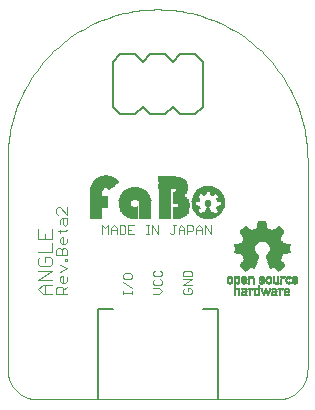
<source format=gto>
G75*
%MOIN*%
%OFA0B0*%
%FSLAX25Y25*%
%IPPOS*%
%LPD*%
%AMOC8*
5,1,8,0,0,1.08239X$1,22.5*
%
%ADD10C,0.00400*%
%ADD11C,0.00300*%
%ADD12C,0.00600*%
%ADD13C,0.00000*%
%ADD14C,0.00500*%
%ADD15R,0.00650X0.00050*%
%ADD16R,0.00950X0.00050*%
%ADD17R,0.00800X0.00050*%
%ADD18R,0.00550X0.00050*%
%ADD19R,0.00600X0.00050*%
%ADD20R,0.01750X0.00050*%
%ADD21R,0.01000X0.00050*%
%ADD22R,0.01200X0.00050*%
%ADD23R,0.01800X0.00050*%
%ADD24R,0.01350X0.00050*%
%ADD25R,0.01900X0.00050*%
%ADD26R,0.00700X0.00050*%
%ADD27R,0.01850X0.00050*%
%ADD28R,0.01500X0.00050*%
%ADD29R,0.01950X0.00050*%
%ADD30R,0.01650X0.00050*%
%ADD31R,0.00750X0.00050*%
%ADD32R,0.02000X0.00050*%
%ADD33R,0.02050X0.00050*%
%ADD34R,0.00850X0.00050*%
%ADD35R,0.02100X0.00050*%
%ADD36R,0.00900X0.00050*%
%ADD37R,0.00450X0.00050*%
%ADD38R,0.00300X0.00050*%
%ADD39R,0.00200X0.00050*%
%ADD40R,0.01050X0.00050*%
%ADD41R,0.00100X0.00050*%
%ADD42R,0.01100X0.00050*%
%ADD43R,0.01150X0.00050*%
%ADD44R,0.02200X0.00050*%
%ADD45R,0.01250X0.00050*%
%ADD46R,0.00150X0.00050*%
%ADD47R,0.00250X0.00050*%
%ADD48R,0.00500X0.00050*%
%ADD49R,0.01550X0.00050*%
%ADD50R,0.01600X0.00050*%
%ADD51R,0.01700X0.00050*%
%ADD52R,0.01400X0.00050*%
%ADD53R,0.01300X0.00050*%
%ADD54R,0.00400X0.00050*%
%ADD55R,0.01450X0.00050*%
%ADD56R,0.02150X0.00050*%
%ADD57R,0.00350X0.00050*%
%ADD58R,0.00050X0.00050*%
%ADD59R,0.02250X0.00050*%
%ADD60R,0.02400X0.00050*%
%ADD61R,0.02500X0.00050*%
%ADD62R,0.02650X0.00050*%
%ADD63R,0.02750X0.00050*%
%ADD64R,0.02900X0.00050*%
%ADD65R,0.03000X0.00050*%
%ADD66R,0.03150X0.00050*%
%ADD67R,0.03250X0.00050*%
%ADD68R,0.04600X0.00050*%
%ADD69R,0.04650X0.00050*%
%ADD70R,0.04750X0.00050*%
%ADD71R,0.04800X0.00050*%
%ADD72R,0.04900X0.00050*%
%ADD73R,0.04950X0.00050*%
%ADD74R,0.05000X0.00050*%
%ADD75R,0.05100X0.00050*%
%ADD76R,0.05150X0.00050*%
%ADD77R,0.05200X0.00050*%
%ADD78R,0.05250X0.00050*%
%ADD79R,0.05050X0.00050*%
%ADD80R,0.04850X0.00050*%
%ADD81R,0.05300X0.00050*%
%ADD82R,0.05350X0.00050*%
%ADD83R,0.05450X0.00050*%
%ADD84R,0.05500X0.00050*%
%ADD85R,0.05550X0.00050*%
%ADD86R,0.05650X0.00050*%
%ADD87R,0.05600X0.00050*%
%ADD88R,0.05400X0.00050*%
%ADD89R,0.05700X0.00050*%
%ADD90R,0.05900X0.00050*%
%ADD91R,0.06150X0.00050*%
%ADD92R,0.06350X0.00050*%
%ADD93R,0.06550X0.00050*%
%ADD94R,0.06850X0.00050*%
%ADD95R,0.07050X0.00050*%
%ADD96R,0.07100X0.00050*%
%ADD97R,0.07000X0.00050*%
%ADD98R,0.06950X0.00050*%
%ADD99R,0.06900X0.00050*%
%ADD100R,0.06800X0.00050*%
%ADD101R,0.06600X0.00050*%
%ADD102R,0.05750X0.00050*%
%ADD103R,0.06050X0.00050*%
%ADD104R,0.13050X0.00050*%
%ADD105R,0.12950X0.00050*%
%ADD106R,0.12850X0.00050*%
%ADD107R,0.12750X0.00050*%
%ADD108R,0.12650X0.00050*%
%ADD109R,0.12550X0.00050*%
%ADD110R,0.12450X0.00050*%
%ADD111R,0.12350X0.00050*%
%ADD112R,0.12250X0.00050*%
%ADD113R,0.12150X0.00050*%
%ADD114R,0.13150X0.00050*%
%ADD115R,0.13250X0.00050*%
%ADD116R,0.13350X0.00050*%
%ADD117R,0.13450X0.00050*%
%ADD118R,0.13550X0.00050*%
%ADD119R,0.13650X0.00050*%
%ADD120R,0.13750X0.00050*%
%ADD121R,0.13850X0.00050*%
%ADD122R,0.13950X0.00050*%
%ADD123R,0.14050X0.00050*%
%ADD124R,0.14150X0.00050*%
%ADD125R,0.14250X0.00050*%
%ADD126R,0.14350X0.00050*%
%ADD127R,0.14450X0.00050*%
%ADD128R,0.14550X0.00050*%
%ADD129R,0.14650X0.00050*%
%ADD130R,0.14750X0.00050*%
%ADD131R,0.14850X0.00050*%
%ADD132R,0.14950X0.00050*%
%ADD133R,0.03450X0.00050*%
%ADD134R,0.06750X0.00050*%
%ADD135R,0.03300X0.00050*%
%ADD136R,0.06450X0.00050*%
%ADD137R,0.03200X0.00050*%
%ADD138R,0.06250X0.00050*%
%ADD139R,0.03050X0.00050*%
%ADD140R,0.05950X0.00050*%
%ADD141R,0.02950X0.00050*%
%ADD142R,0.02850X0.00050*%
%ADD143R,0.02800X0.00050*%
%ADD144R,0.02700X0.00050*%
%ADD145R,0.02600X0.00050*%
%ADD146R,0.02450X0.00050*%
%ADD147R,0.02350X0.00050*%
%ADD148R,0.04550X0.00050*%
%ADD149R,0.04250X0.00050*%
%ADD150R,0.04050X0.00050*%
%ADD151R,0.03750X0.00050*%
%ADD152R,0.03650X0.00050*%
%ADD153R,0.03550X0.00050*%
%ADD154R,0.03350X0.00050*%
%ADD155R,0.01008X0.00048*%
%ADD156R,0.00672X0.00048*%
%ADD157R,0.01776X0.00048*%
%ADD158R,0.01584X0.00048*%
%ADD159R,0.02160X0.00048*%
%ADD160R,0.02208X0.00048*%
%ADD161R,0.02352X0.00048*%
%ADD162R,0.02592X0.00048*%
%ADD163R,0.04272X0.00048*%
%ADD164R,0.02544X0.00048*%
%ADD165R,0.03936X0.00048*%
%ADD166R,0.01008X0.00048*%
%ADD167R,0.02976X0.00048*%
%ADD168R,0.04320X0.00048*%
%ADD169R,0.02736X0.00048*%
%ADD170R,0.03984X0.00048*%
%ADD171R,0.04272X0.00048*%
%ADD172R,0.02016X0.00048*%
%ADD173R,0.03312X0.00048*%
%ADD174R,0.04320X0.00048*%
%ADD175R,0.02880X0.00048*%
%ADD176R,0.03984X0.00048*%
%ADD177R,0.03552X0.00048*%
%ADD178R,0.03024X0.00048*%
%ADD179R,0.02592X0.00048*%
%ADD180R,0.03840X0.00048*%
%ADD181R,0.03120X0.00048*%
%ADD182R,0.02832X0.00048*%
%ADD183R,0.04080X0.00048*%
%ADD184R,0.03216X0.00048*%
%ADD185R,0.02976X0.00048*%
%ADD186R,0.03360X0.00048*%
%ADD187R,0.04512X0.00048*%
%ADD188R,0.03456X0.00048*%
%ADD189R,0.03264X0.00048*%
%ADD190R,0.04752X0.00048*%
%ADD191R,0.04944X0.00048*%
%ADD192R,0.03648X0.00048*%
%ADD193R,0.03456X0.00048*%
%ADD194R,0.05136X0.00048*%
%ADD195R,0.03744X0.00048*%
%ADD196R,0.03552X0.00048*%
%ADD197R,0.05328X0.00048*%
%ADD198R,0.03792X0.00048*%
%ADD199R,0.05472X0.00048*%
%ADD200R,0.03888X0.00048*%
%ADD201R,0.05616X0.00048*%
%ADD202R,0.03840X0.00048*%
%ADD203R,0.05760X0.00048*%
%ADD204R,0.04032X0.00048*%
%ADD205R,0.05952X0.00048*%
%ADD206R,0.04128X0.00048*%
%ADD207R,0.06096X0.00048*%
%ADD208R,0.04176X0.00048*%
%ADD209R,0.06240X0.00048*%
%ADD210R,0.04224X0.00048*%
%ADD211R,0.06336X0.00048*%
%ADD212R,0.04176X0.00048*%
%ADD213R,0.06480X0.00048*%
%ADD214R,0.04368X0.00048*%
%ADD215R,0.04224X0.00048*%
%ADD216R,0.06624X0.00048*%
%ADD217R,0.04464X0.00048*%
%ADD218R,0.06720X0.00048*%
%ADD219R,0.04512X0.00048*%
%ADD220R,0.06864X0.00048*%
%ADD221R,0.04560X0.00048*%
%ADD222R,0.04416X0.00048*%
%ADD223R,0.07008X0.00048*%
%ADD224R,0.04608X0.00048*%
%ADD225R,0.04464X0.00048*%
%ADD226R,0.07104X0.00048*%
%ADD227R,0.04656X0.00048*%
%ADD228R,0.07200X0.00048*%
%ADD229R,0.04704X0.00048*%
%ADD230R,0.07296X0.00048*%
%ADD231R,0.07440X0.00048*%
%ADD232R,0.04800X0.00048*%
%ADD233R,0.07536X0.00048*%
%ADD234R,0.04848X0.00048*%
%ADD235R,0.04704X0.00048*%
%ADD236R,0.07632X0.00048*%
%ADD237R,0.04896X0.00048*%
%ADD238R,0.04752X0.00048*%
%ADD239R,0.07728X0.00048*%
%ADD240R,0.04944X0.00048*%
%ADD241R,0.04800X0.00048*%
%ADD242R,0.07824X0.00048*%
%ADD243R,0.04992X0.00048*%
%ADD244R,0.07920X0.00048*%
%ADD245R,0.05040X0.00048*%
%ADD246R,0.08016X0.00048*%
%ADD247R,0.05088X0.00048*%
%ADD248R,0.08064X0.00048*%
%ADD249R,0.01536X0.00048*%
%ADD250R,0.04704X0.00048*%
%ADD251R,0.05184X0.00048*%
%ADD252R,0.01536X0.00048*%
%ADD253R,0.04560X0.00048*%
%ADD254R,0.05232X0.00048*%
%ADD255R,0.05280X0.00048*%
%ADD256R,0.05280X0.00048*%
%ADD257R,0.01488X0.00048*%
%ADD258R,0.05088X0.00048*%
%ADD259R,0.01488X0.00048*%
%ADD260R,0.05376X0.00048*%
%ADD261R,0.03840X0.00048*%
%ADD262R,0.05424X0.00048*%
%ADD263R,0.05136X0.00048*%
%ADD264R,0.00576X0.00048*%
%ADD265R,0.02304X0.00048*%
%ADD266R,0.00624X0.00048*%
%ADD267R,0.05424X0.00048*%
%ADD268R,0.05184X0.00048*%
%ADD269R,0.00432X0.00048*%
%ADD270R,0.02208X0.00048*%
%ADD271R,0.01440X0.00048*%
%ADD272R,0.00288X0.00048*%
%ADD273R,0.02160X0.00048*%
%ADD274R,0.05520X0.00048*%
%ADD275R,0.05232X0.00048*%
%ADD276R,0.01440X0.00048*%
%ADD277R,0.00144X0.00048*%
%ADD278R,0.02112X0.00048*%
%ADD279R,0.00096X0.00048*%
%ADD280R,0.05568X0.00048*%
%ADD281R,0.02064X0.00048*%
%ADD282R,0.05568X0.00048*%
%ADD283R,0.01392X0.00048*%
%ADD284R,0.05616X0.00048*%
%ADD285R,0.05328X0.00048*%
%ADD286R,0.01392X0.00048*%
%ADD287R,0.02016X0.00048*%
%ADD288R,0.01968X0.00048*%
%ADD289R,0.01392X0.00048*%
%ADD290R,0.05664X0.00048*%
%ADD291R,0.01920X0.00048*%
%ADD292R,0.01344X0.00048*%
%ADD293R,0.05712X0.00048*%
%ADD294R,0.01872X0.00048*%
%ADD295R,0.05712X0.00048*%
%ADD296R,0.05376X0.00048*%
%ADD297R,0.01824X0.00048*%
%ADD298R,0.01824X0.00048*%
%ADD299R,0.05760X0.00048*%
%ADD300R,0.01776X0.00048*%
%ADD301R,0.05808X0.00048*%
%ADD302R,0.01584X0.00048*%
%ADD303R,0.01728X0.00048*%
%ADD304R,0.05808X0.00048*%
%ADD305R,0.05472X0.00048*%
%ADD306R,0.01632X0.00048*%
%ADD307R,0.01680X0.00048*%
%ADD308R,0.05856X0.00048*%
%ADD309R,0.01728X0.00048*%
%ADD310R,0.01632X0.00048*%
%ADD311R,0.01680X0.00048*%
%ADD312R,0.05856X0.00048*%
%ADD313R,0.01728X0.00048*%
%ADD314R,0.05904X0.00048*%
%ADD315R,0.05520X0.00048*%
%ADD316R,0.01920X0.00048*%
%ADD317R,0.01920X0.00048*%
%ADD318R,0.05952X0.00048*%
%ADD319R,0.01968X0.00048*%
%ADD320R,0.01440X0.00048*%
%ADD321R,0.06000X0.00048*%
%ADD322R,0.02064X0.00048*%
%ADD323R,0.06000X0.00048*%
%ADD324R,0.02112X0.00048*%
%ADD325R,0.01344X0.00048*%
%ADD326R,0.06048X0.00048*%
%ADD327R,0.01296X0.00048*%
%ADD328R,0.06048X0.00048*%
%ADD329R,0.02256X0.00048*%
%ADD330R,0.01248X0.00048*%
%ADD331R,0.02304X0.00048*%
%ADD332R,0.01200X0.00048*%
%ADD333R,0.01152X0.00048*%
%ADD334R,0.06096X0.00048*%
%ADD335R,0.02400X0.00048*%
%ADD336R,0.01152X0.00048*%
%ADD337R,0.02352X0.00048*%
%ADD338R,0.06144X0.00048*%
%ADD339R,0.02400X0.00048*%
%ADD340R,0.01104X0.00048*%
%ADD341R,0.06144X0.00048*%
%ADD342R,0.01056X0.00048*%
%ADD343R,0.06192X0.00048*%
%ADD344R,0.00960X0.00048*%
%ADD345R,0.06192X0.00048*%
%ADD346R,0.00912X0.00048*%
%ADD347R,0.00864X0.00048*%
%ADD348R,0.04896X0.00048*%
%ADD349R,0.04848X0.00048*%
%ADD350R,0.00864X0.00048*%
%ADD351R,0.00480X0.00048*%
%ADD352R,0.00816X0.00048*%
%ADD353R,0.04656X0.00048*%
%ADD354R,0.00336X0.00048*%
%ADD355R,0.04128X0.00048*%
%ADD356R,0.00768X0.00048*%
%ADD357R,0.00240X0.00048*%
%ADD358R,0.04032X0.00048*%
%ADD359R,0.00768X0.00048*%
%ADD360R,0.03936X0.00048*%
%ADD361R,0.00816X0.00048*%
%ADD362R,0.00048X0.00048*%
%ADD363R,0.03888X0.00048*%
%ADD364R,0.04416X0.00048*%
%ADD365R,0.02304X0.00048*%
%ADD366R,0.04368X0.00048*%
%ADD367R,0.03792X0.00048*%
%ADD368R,0.01440X0.00048*%
%ADD369R,0.01728X0.00048*%
%ADD370R,0.01296X0.00048*%
%ADD371R,0.01872X0.00048*%
%ADD372R,0.03744X0.00048*%
%ADD373R,0.04080X0.00048*%
%ADD374R,0.05520X0.00048*%
%ADD375R,0.04176X0.00048*%
%ADD376R,0.04176X0.00048*%
%ADD377R,0.02112X0.00048*%
%ADD378R,0.02448X0.00048*%
%ADD379R,0.02496X0.00048*%
%ADD380R,0.02496X0.00048*%
%ADD381R,0.02448X0.00048*%
%ADD382R,0.04320X0.00048*%
%ADD383R,0.02544X0.00048*%
%ADD384R,0.00528X0.00048*%
%ADD385R,0.05040X0.00048*%
%ADD386R,0.02640X0.00048*%
%ADD387R,0.04656X0.00048*%
%ADD388R,0.04992X0.00048*%
%ADD389R,0.02640X0.00048*%
%ADD390R,0.04992X0.00048*%
%ADD391R,0.10560X0.00048*%
%ADD392R,0.02688X0.00048*%
%ADD393R,0.10512X0.00048*%
%ADD394R,0.04848X0.00048*%
%ADD395R,0.10512X0.00048*%
%ADD396R,0.10464X0.00048*%
%ADD397R,0.10416X0.00048*%
%ADD398R,0.02448X0.00048*%
%ADD399R,0.10416X0.00048*%
%ADD400R,0.02448X0.00048*%
%ADD401R,0.10320X0.00048*%
%ADD402R,0.10320X0.00048*%
%ADD403R,0.02256X0.00048*%
%ADD404R,0.02256X0.00048*%
%ADD405R,0.10224X0.00048*%
%ADD406R,0.10224X0.00048*%
%ADD407R,0.10176X0.00048*%
%ADD408R,0.02112X0.00048*%
%ADD409R,0.10176X0.00048*%
%ADD410R,0.02064X0.00048*%
%ADD411R,0.10128X0.00048*%
%ADD412R,0.10080X0.00048*%
%ADD413R,0.01920X0.00048*%
%ADD414R,0.09984X0.00048*%
%ADD415R,0.03840X0.00048*%
%ADD416R,0.09984X0.00048*%
%ADD417R,0.01776X0.00048*%
%ADD418R,0.09888X0.00048*%
%ADD419R,0.03648X0.00048*%
%ADD420R,0.09888X0.00048*%
%ADD421R,0.09792X0.00048*%
%ADD422R,0.09792X0.00048*%
%ADD423R,0.03504X0.00048*%
%ADD424R,0.09744X0.00048*%
%ADD425R,0.03600X0.00048*%
%ADD426R,0.09696X0.00048*%
%ADD427R,0.00096X0.00048*%
%ADD428R,0.09648X0.00048*%
%ADD429R,0.03696X0.00048*%
%ADD430R,0.09600X0.00048*%
%ADD431R,0.00480X0.00048*%
%ADD432R,0.09552X0.00048*%
%ADD433R,0.00672X0.00048*%
%ADD434R,0.09456X0.00048*%
%ADD435R,0.09456X0.00048*%
%ADD436R,0.01056X0.00048*%
%ADD437R,0.09360X0.00048*%
%ADD438R,0.01200X0.00048*%
%ADD439R,0.09264X0.00048*%
%ADD440R,0.01248X0.00048*%
%ADD441R,0.09264X0.00048*%
%ADD442R,0.09168X0.00048*%
%ADD443R,0.01392X0.00048*%
%ADD444R,0.09120X0.00048*%
%ADD445R,0.09072X0.00048*%
%ADD446R,0.01584X0.00048*%
%ADD447R,0.08976X0.00048*%
%ADD448R,0.08928X0.00048*%
%ADD449R,0.08832X0.00048*%
%ADD450R,0.08784X0.00048*%
%ADD451R,0.08736X0.00048*%
%ADD452R,0.03792X0.00048*%
%ADD453R,0.08640X0.00048*%
%ADD454R,0.08544X0.00048*%
%ADD455R,0.08448X0.00048*%
%ADD456R,0.08400X0.00048*%
%ADD457R,0.03696X0.00048*%
%ADD458R,0.08304X0.00048*%
%ADD459R,0.08208X0.00048*%
%ADD460R,0.08112X0.00048*%
%ADD461R,0.03648X0.00048*%
%ADD462R,0.03984X0.00048*%
%ADD463R,0.07968X0.00048*%
%ADD464R,0.03600X0.00048*%
%ADD465R,0.07824X0.00048*%
%ADD466R,0.07728X0.00048*%
%ADD467R,0.03504X0.00048*%
%ADD468R,0.07632X0.00048*%
%ADD469R,0.07536X0.00048*%
%ADD470R,0.03648X0.00048*%
%ADD471R,0.08064X0.00048*%
%ADD472R,0.07440X0.00048*%
%ADD473R,0.08016X0.00048*%
%ADD474R,0.07344X0.00048*%
%ADD475R,0.07920X0.00048*%
%ADD476R,0.07248X0.00048*%
%ADD477R,0.07152X0.00048*%
%ADD478R,0.06960X0.00048*%
%ADD479R,0.06864X0.00048*%
%ADD480R,0.06720X0.00048*%
%ADD481R,0.06576X0.00048*%
%ADD482R,0.06480X0.00048*%
%ADD483R,0.07200X0.00048*%
%ADD484R,0.07104X0.00048*%
%ADD485R,0.04320X0.00048*%
%ADD486R,0.06192X0.00048*%
%ADD487R,0.07008X0.00048*%
%ADD488R,0.00192X0.00048*%
%ADD489R,0.06048X0.00048*%
%ADD490R,0.00384X0.00048*%
%ADD491R,0.05712X0.00048*%
%ADD492R,0.06336X0.00048*%
%ADD493R,0.06240X0.00048*%
%ADD494R,0.04128X0.00048*%
%ADD495R,0.03984X0.00048*%
%ADD496R,0.04512X0.00048*%
%ADD497R,0.09744X0.00048*%
%ADD498R,0.02976X0.00048*%
%ADD499R,0.07248X0.00048*%
%ADD500R,0.07344X0.00048*%
%ADD501R,0.07488X0.00048*%
%ADD502R,0.07488X0.00048*%
%ADD503R,0.07584X0.00048*%
%ADD504R,0.07680X0.00048*%
%ADD505R,0.00624X0.00048*%
%ADD506R,0.07872X0.00048*%
%ADD507R,0.09696X0.00048*%
%ADD508R,0.07920X0.00048*%
%ADD509R,0.07968X0.00048*%
%ADD510R,0.08064X0.00048*%
%ADD511R,0.08160X0.00048*%
%ADD512R,0.08160X0.00048*%
%ADD513R,0.09648X0.00048*%
%ADD514R,0.08208X0.00048*%
%ADD515R,0.08256X0.00048*%
%ADD516R,0.08304X0.00048*%
%ADD517R,0.09600X0.00048*%
%ADD518R,0.08352X0.00048*%
%ADD519R,0.08400X0.00048*%
%ADD520R,0.08448X0.00048*%
%ADD521R,0.09552X0.00048*%
%ADD522R,0.08448X0.00048*%
%ADD523R,0.08496X0.00048*%
%ADD524R,0.09504X0.00048*%
%ADD525R,0.08592X0.00048*%
%ADD526R,0.09504X0.00048*%
%ADD527R,0.08640X0.00048*%
%ADD528R,0.08688X0.00048*%
%ADD529R,0.09408X0.00048*%
%ADD530R,0.08688X0.00048*%
%ADD531R,0.08592X0.00048*%
%ADD532R,0.08544X0.00048*%
%ADD533R,0.09360X0.00048*%
%ADD534R,0.08448X0.00048*%
%ADD535R,0.09312X0.00048*%
%ADD536R,0.08352X0.00048*%
%ADD537R,0.09312X0.00048*%
%ADD538R,0.08256X0.00048*%
%ADD539R,0.08256X0.00048*%
%ADD540R,0.09216X0.00048*%
%ADD541R,0.09168X0.00048*%
%ADD542R,0.07776X0.00048*%
%ADD543R,0.09024X0.00048*%
%ADD544R,0.07680X0.00048*%
%ADD545R,0.09024X0.00048*%
%ADD546R,0.07584X0.00048*%
%ADD547R,0.07392X0.00048*%
%ADD548R,0.08880X0.00048*%
%ADD549R,0.07296X0.00048*%
%ADD550R,0.08832X0.00048*%
%ADD551R,0.08784X0.00048*%
%ADD552R,0.07104X0.00048*%
%ADD553R,0.06912X0.00048*%
%ADD554R,0.06768X0.00048*%
%ADD555R,0.06624X0.00048*%
%ADD556R,0.06528X0.00048*%
%ADD557R,0.06384X0.00048*%
%ADD558R,0.06240X0.00048*%
%ADD559R,0.05856X0.00048*%
%ADD560R,0.05184X0.00048*%
%ADD561R,0.06912X0.00048*%
%ADD562R,0.06288X0.00048*%
%ADD563R,0.03456X0.00048*%
%ADD564R,0.03120X0.00048*%
%ADD565R,0.02784X0.00048*%
D10*
X0018531Y0059206D02*
X0016996Y0060741D01*
X0018531Y0062275D01*
X0021600Y0062275D01*
X0021600Y0063810D02*
X0016996Y0063810D01*
X0021600Y0066879D01*
X0016996Y0066879D01*
X0017763Y0068414D02*
X0020833Y0068414D01*
X0021600Y0069181D01*
X0021600Y0070716D01*
X0020833Y0071483D01*
X0019298Y0071483D01*
X0019298Y0069948D01*
X0017763Y0068414D02*
X0016996Y0069181D01*
X0016996Y0070716D01*
X0017763Y0071483D01*
X0016996Y0073018D02*
X0021600Y0073018D01*
X0021600Y0076087D01*
X0021600Y0077622D02*
X0021600Y0080691D01*
X0021600Y0077622D02*
X0016996Y0077622D01*
X0016996Y0080691D01*
X0019298Y0079156D02*
X0019298Y0077622D01*
X0019298Y0062275D02*
X0019298Y0059206D01*
X0018531Y0059206D02*
X0021600Y0059206D01*
D11*
X0022947Y0059156D02*
X0022947Y0061007D01*
X0023564Y0061625D01*
X0024798Y0061625D01*
X0025416Y0061007D01*
X0025416Y0059156D01*
X0026650Y0059156D02*
X0022947Y0059156D01*
X0025416Y0060390D02*
X0026650Y0061625D01*
X0026033Y0062839D02*
X0024798Y0062839D01*
X0024181Y0063456D01*
X0024181Y0064691D01*
X0024798Y0065308D01*
X0025416Y0065308D01*
X0025416Y0062839D01*
X0026033Y0062839D02*
X0026650Y0063456D01*
X0026650Y0064691D01*
X0026650Y0067757D02*
X0024181Y0068991D01*
X0026033Y0070205D02*
X0026033Y0070823D01*
X0026650Y0070823D01*
X0026650Y0070205D01*
X0026033Y0070205D01*
X0026650Y0072047D02*
X0026650Y0073898D01*
X0026033Y0074516D01*
X0025416Y0074516D01*
X0024798Y0073898D01*
X0024798Y0072047D01*
X0022947Y0072047D02*
X0022947Y0073898D01*
X0023564Y0074516D01*
X0024181Y0074516D01*
X0024798Y0073898D01*
X0022947Y0072047D02*
X0026650Y0072047D01*
X0026650Y0067757D02*
X0024181Y0066522D01*
X0024798Y0075730D02*
X0024181Y0076347D01*
X0024181Y0077582D01*
X0024798Y0078199D01*
X0025416Y0078199D01*
X0025416Y0075730D01*
X0026033Y0075730D02*
X0024798Y0075730D01*
X0026033Y0075730D02*
X0026650Y0076347D01*
X0026650Y0077582D01*
X0026033Y0080030D02*
X0026650Y0080648D01*
X0026033Y0080030D02*
X0023564Y0080030D01*
X0024181Y0079413D02*
X0024181Y0080648D01*
X0024181Y0082486D02*
X0024181Y0083720D01*
X0024798Y0084337D01*
X0026650Y0084337D01*
X0026650Y0082486D01*
X0026033Y0081869D01*
X0025416Y0082486D01*
X0025416Y0084337D01*
X0026650Y0085552D02*
X0024181Y0088021D01*
X0023564Y0088021D01*
X0022947Y0087403D01*
X0022947Y0086169D01*
X0023564Y0085552D01*
X0026650Y0085552D02*
X0026650Y0088021D01*
X0038289Y0082058D02*
X0038289Y0079156D01*
X0039256Y0081091D02*
X0040224Y0082058D01*
X0040224Y0079156D01*
X0041235Y0079156D02*
X0041235Y0081091D01*
X0042203Y0082058D01*
X0043170Y0081091D01*
X0043170Y0079156D01*
X0044182Y0079156D02*
X0045633Y0079156D01*
X0046117Y0079640D01*
X0046117Y0081575D01*
X0045633Y0082058D01*
X0044182Y0082058D01*
X0044182Y0079156D01*
X0043170Y0080607D02*
X0041235Y0080607D01*
X0039256Y0081091D02*
X0038289Y0082058D01*
X0047128Y0082058D02*
X0047128Y0079156D01*
X0049063Y0079156D01*
X0048096Y0080607D02*
X0047128Y0080607D01*
X0047128Y0082058D02*
X0049063Y0082058D01*
X0053021Y0082058D02*
X0053989Y0082058D01*
X0053505Y0082058D02*
X0053505Y0079156D01*
X0053021Y0079156D02*
X0053989Y0079156D01*
X0054986Y0079156D02*
X0054986Y0082058D01*
X0056921Y0079156D01*
X0056921Y0082058D01*
X0060879Y0079640D02*
X0061362Y0079156D01*
X0061846Y0079156D01*
X0062330Y0079640D01*
X0062330Y0082058D01*
X0061846Y0082058D02*
X0062814Y0082058D01*
X0063825Y0081091D02*
X0064793Y0082058D01*
X0065760Y0081091D01*
X0065760Y0079156D01*
X0066772Y0079156D02*
X0066772Y0082058D01*
X0068223Y0082058D01*
X0068707Y0081575D01*
X0068707Y0080607D01*
X0068223Y0080123D01*
X0066772Y0080123D01*
X0065760Y0080607D02*
X0063825Y0080607D01*
X0063825Y0081091D02*
X0063825Y0079156D01*
X0069718Y0079156D02*
X0069718Y0081091D01*
X0070686Y0082058D01*
X0071653Y0081091D01*
X0071653Y0079156D01*
X0072665Y0079156D02*
X0072665Y0082058D01*
X0074600Y0079156D01*
X0074600Y0082058D01*
X0071653Y0080607D02*
X0069718Y0080607D01*
X0067766Y0066984D02*
X0065831Y0066984D01*
X0065348Y0066500D01*
X0065348Y0065049D01*
X0068250Y0065049D01*
X0068250Y0066500D01*
X0067766Y0066984D01*
X0068250Y0064037D02*
X0065348Y0064037D01*
X0065348Y0062102D02*
X0068250Y0064037D01*
X0068250Y0062102D02*
X0065348Y0062102D01*
X0065831Y0061091D02*
X0065348Y0060607D01*
X0065348Y0059640D01*
X0065831Y0059156D01*
X0067766Y0059156D01*
X0068250Y0059640D01*
X0068250Y0060607D01*
X0067766Y0061091D01*
X0066799Y0061091D01*
X0066799Y0060123D01*
X0058250Y0060123D02*
X0057283Y0061091D01*
X0055348Y0061091D01*
X0055831Y0062102D02*
X0055348Y0062586D01*
X0055348Y0063554D01*
X0055831Y0064037D01*
X0055831Y0065049D02*
X0055348Y0065533D01*
X0055348Y0066500D01*
X0055831Y0066984D01*
X0055831Y0065049D02*
X0057766Y0065049D01*
X0058250Y0065533D01*
X0058250Y0066500D01*
X0057766Y0066984D01*
X0057766Y0064037D02*
X0058250Y0063554D01*
X0058250Y0062586D01*
X0057766Y0062102D01*
X0055831Y0062102D01*
X0055348Y0059156D02*
X0057283Y0059156D01*
X0058250Y0060123D01*
X0048250Y0060123D02*
X0048250Y0059156D01*
X0048250Y0059640D02*
X0045348Y0059640D01*
X0045348Y0060123D02*
X0045348Y0059156D01*
X0048250Y0061120D02*
X0045348Y0063055D01*
X0045831Y0064067D02*
X0045348Y0064551D01*
X0045348Y0065518D01*
X0045831Y0066002D01*
X0047766Y0066002D01*
X0048250Y0065518D01*
X0048250Y0064551D01*
X0047766Y0064067D01*
X0045831Y0064067D01*
D12*
X0044300Y0119006D02*
X0041800Y0121506D01*
X0041800Y0136506D01*
X0044300Y0139006D01*
X0049300Y0139006D01*
X0051800Y0136506D01*
X0054300Y0139006D01*
X0059300Y0139006D01*
X0061800Y0136506D01*
X0064300Y0139006D01*
X0069300Y0139006D01*
X0071800Y0136506D01*
X0071800Y0121506D01*
X0069300Y0119006D01*
X0064300Y0119006D01*
X0061800Y0121506D01*
X0059300Y0119006D01*
X0054300Y0119006D01*
X0051800Y0121506D01*
X0049300Y0119006D01*
X0044300Y0119006D01*
D13*
X0016800Y0024006D02*
X0096800Y0024006D01*
X0097042Y0024009D01*
X0097283Y0024018D01*
X0097524Y0024032D01*
X0097765Y0024053D01*
X0098005Y0024079D01*
X0098245Y0024111D01*
X0098484Y0024149D01*
X0098721Y0024192D01*
X0098958Y0024242D01*
X0099193Y0024297D01*
X0099427Y0024357D01*
X0099659Y0024424D01*
X0099890Y0024495D01*
X0100119Y0024573D01*
X0100346Y0024656D01*
X0100571Y0024744D01*
X0100794Y0024838D01*
X0101014Y0024937D01*
X0101232Y0025042D01*
X0101447Y0025151D01*
X0101660Y0025266D01*
X0101870Y0025386D01*
X0102076Y0025511D01*
X0102280Y0025641D01*
X0102481Y0025776D01*
X0102678Y0025916D01*
X0102872Y0026060D01*
X0103062Y0026209D01*
X0103248Y0026363D01*
X0103431Y0026521D01*
X0103610Y0026683D01*
X0103785Y0026850D01*
X0103956Y0027021D01*
X0104123Y0027196D01*
X0104285Y0027375D01*
X0104443Y0027558D01*
X0104597Y0027744D01*
X0104746Y0027934D01*
X0104890Y0028128D01*
X0105030Y0028325D01*
X0105165Y0028526D01*
X0105295Y0028730D01*
X0105420Y0028936D01*
X0105540Y0029146D01*
X0105655Y0029359D01*
X0105764Y0029574D01*
X0105869Y0029792D01*
X0105968Y0030012D01*
X0106062Y0030235D01*
X0106150Y0030460D01*
X0106233Y0030687D01*
X0106311Y0030916D01*
X0106382Y0031147D01*
X0106449Y0031379D01*
X0106509Y0031613D01*
X0106564Y0031848D01*
X0106614Y0032085D01*
X0106657Y0032322D01*
X0106695Y0032561D01*
X0106727Y0032801D01*
X0106753Y0033041D01*
X0106774Y0033282D01*
X0106788Y0033523D01*
X0106797Y0033764D01*
X0106800Y0034006D01*
X0106800Y0104006D01*
X0106785Y0105224D01*
X0106741Y0106440D01*
X0106667Y0107656D01*
X0106563Y0108869D01*
X0106430Y0110079D01*
X0106267Y0111286D01*
X0106075Y0112488D01*
X0105854Y0113686D01*
X0105604Y0114878D01*
X0105325Y0116063D01*
X0105017Y0117241D01*
X0104680Y0118411D01*
X0104315Y0119573D01*
X0103922Y0120725D01*
X0103501Y0121868D01*
X0103052Y0122999D01*
X0102576Y0124120D01*
X0102072Y0125229D01*
X0101542Y0126325D01*
X0100985Y0127408D01*
X0100402Y0128477D01*
X0099794Y0129531D01*
X0099159Y0130571D01*
X0098500Y0131594D01*
X0097816Y0132602D01*
X0097107Y0133592D01*
X0096375Y0134565D01*
X0095619Y0135519D01*
X0094840Y0136455D01*
X0094039Y0137372D01*
X0093215Y0138269D01*
X0092370Y0139145D01*
X0091504Y0140001D01*
X0090617Y0140836D01*
X0089710Y0141648D01*
X0088784Y0142438D01*
X0087838Y0143206D01*
X0086875Y0143950D01*
X0085893Y0144670D01*
X0084894Y0145367D01*
X0083879Y0146039D01*
X0082847Y0146686D01*
X0081800Y0147307D01*
X0080738Y0147903D01*
X0079662Y0148473D01*
X0078573Y0149017D01*
X0077470Y0149533D01*
X0076355Y0150023D01*
X0075229Y0150486D01*
X0074092Y0150921D01*
X0072944Y0151328D01*
X0071787Y0151707D01*
X0070621Y0152058D01*
X0069447Y0152380D01*
X0068265Y0152674D01*
X0067076Y0152939D01*
X0065882Y0153174D01*
X0064682Y0153381D01*
X0063477Y0153558D01*
X0062269Y0153706D01*
X0061057Y0153824D01*
X0059842Y0153913D01*
X0058626Y0153973D01*
X0057409Y0154002D01*
X0056191Y0154002D01*
X0054974Y0153973D01*
X0053758Y0153913D01*
X0052543Y0153824D01*
X0051331Y0153706D01*
X0050123Y0153558D01*
X0048918Y0153381D01*
X0047718Y0153174D01*
X0046524Y0152939D01*
X0045335Y0152674D01*
X0044153Y0152380D01*
X0042979Y0152058D01*
X0041813Y0151707D01*
X0040656Y0151328D01*
X0039508Y0150921D01*
X0038371Y0150486D01*
X0037245Y0150023D01*
X0036130Y0149533D01*
X0035027Y0149017D01*
X0033938Y0148473D01*
X0032862Y0147903D01*
X0031800Y0147307D01*
X0030753Y0146686D01*
X0029721Y0146039D01*
X0028706Y0145367D01*
X0027707Y0144670D01*
X0026725Y0143950D01*
X0025762Y0143206D01*
X0024816Y0142438D01*
X0023890Y0141648D01*
X0022983Y0140836D01*
X0022096Y0140001D01*
X0021230Y0139145D01*
X0020385Y0138269D01*
X0019561Y0137372D01*
X0018760Y0136455D01*
X0017981Y0135519D01*
X0017225Y0134565D01*
X0016493Y0133592D01*
X0015784Y0132602D01*
X0015100Y0131594D01*
X0014441Y0130571D01*
X0013806Y0129531D01*
X0013198Y0128477D01*
X0012615Y0127408D01*
X0012058Y0126325D01*
X0011528Y0125229D01*
X0011024Y0124120D01*
X0010548Y0122999D01*
X0010099Y0121868D01*
X0009678Y0120725D01*
X0009285Y0119573D01*
X0008920Y0118411D01*
X0008583Y0117241D01*
X0008275Y0116063D01*
X0007996Y0114878D01*
X0007746Y0113686D01*
X0007525Y0112488D01*
X0007333Y0111286D01*
X0007170Y0110079D01*
X0007037Y0108869D01*
X0006933Y0107656D01*
X0006859Y0106440D01*
X0006815Y0105224D01*
X0006800Y0104006D01*
X0006800Y0034006D01*
X0006803Y0033764D01*
X0006812Y0033523D01*
X0006826Y0033282D01*
X0006847Y0033041D01*
X0006873Y0032801D01*
X0006905Y0032561D01*
X0006943Y0032322D01*
X0006986Y0032085D01*
X0007036Y0031848D01*
X0007091Y0031613D01*
X0007151Y0031379D01*
X0007218Y0031147D01*
X0007289Y0030916D01*
X0007367Y0030687D01*
X0007450Y0030460D01*
X0007538Y0030235D01*
X0007632Y0030012D01*
X0007731Y0029792D01*
X0007836Y0029574D01*
X0007945Y0029359D01*
X0008060Y0029146D01*
X0008180Y0028936D01*
X0008305Y0028730D01*
X0008435Y0028526D01*
X0008570Y0028325D01*
X0008710Y0028128D01*
X0008854Y0027934D01*
X0009003Y0027744D01*
X0009157Y0027558D01*
X0009315Y0027375D01*
X0009477Y0027196D01*
X0009644Y0027021D01*
X0009815Y0026850D01*
X0009990Y0026683D01*
X0010169Y0026521D01*
X0010352Y0026363D01*
X0010538Y0026209D01*
X0010728Y0026060D01*
X0010922Y0025916D01*
X0011119Y0025776D01*
X0011320Y0025641D01*
X0011524Y0025511D01*
X0011730Y0025386D01*
X0011940Y0025266D01*
X0012153Y0025151D01*
X0012368Y0025042D01*
X0012586Y0024937D01*
X0012806Y0024838D01*
X0013029Y0024744D01*
X0013254Y0024656D01*
X0013481Y0024573D01*
X0013710Y0024495D01*
X0013941Y0024424D01*
X0014173Y0024357D01*
X0014407Y0024297D01*
X0014642Y0024242D01*
X0014879Y0024192D01*
X0015116Y0024149D01*
X0015355Y0024111D01*
X0015595Y0024079D01*
X0015835Y0024053D01*
X0016076Y0024032D01*
X0016317Y0024018D01*
X0016558Y0024009D01*
X0016800Y0024006D01*
D14*
X0036800Y0024006D02*
X0036800Y0054006D01*
X0041800Y0054006D01*
X0071800Y0054006D02*
X0076800Y0054006D01*
X0076800Y0024006D01*
D15*
X0082625Y0058381D03*
X0082625Y0058431D03*
X0082625Y0058481D03*
X0082625Y0058531D03*
X0082625Y0058581D03*
X0082625Y0058631D03*
X0082625Y0058681D03*
X0082625Y0058731D03*
X0082625Y0058781D03*
X0082625Y0058831D03*
X0082625Y0058881D03*
X0082625Y0058931D03*
X0082625Y0058981D03*
X0082625Y0059031D03*
X0082625Y0059081D03*
X0082625Y0059131D03*
X0082625Y0059181D03*
X0082625Y0059231D03*
X0082625Y0059281D03*
X0082625Y0059331D03*
X0082625Y0059381D03*
X0082625Y0059431D03*
X0082625Y0059481D03*
X0082625Y0059531D03*
X0082625Y0059581D03*
X0082625Y0059631D03*
X0082625Y0059681D03*
X0082625Y0059731D03*
X0082625Y0059781D03*
X0082625Y0059831D03*
X0082625Y0059881D03*
X0082625Y0059931D03*
X0082625Y0059981D03*
X0082625Y0060031D03*
X0082625Y0060831D03*
X0082625Y0060881D03*
X0082625Y0060931D03*
X0082625Y0060981D03*
X0082625Y0061031D03*
X0082625Y0061081D03*
X0082625Y0061131D03*
X0082625Y0061181D03*
X0082625Y0061231D03*
X0082625Y0061281D03*
X0082625Y0061331D03*
X0082625Y0061381D03*
X0082625Y0061431D03*
X0082625Y0061481D03*
X0082625Y0061531D03*
X0082625Y0061581D03*
X0082625Y0061631D03*
X0082625Y0061681D03*
X0082625Y0061731D03*
X0082625Y0061781D03*
X0082625Y0061831D03*
X0082625Y0061881D03*
X0082625Y0061931D03*
X0082625Y0061981D03*
X0082625Y0062031D03*
X0082625Y0062081D03*
X0082625Y0062131D03*
X0082625Y0062181D03*
X0082625Y0062231D03*
X0082625Y0062281D03*
X0082625Y0062331D03*
X0082625Y0063181D03*
X0082625Y0063231D03*
X0082625Y0063281D03*
X0082625Y0063331D03*
X0082625Y0063381D03*
X0082625Y0063431D03*
X0082625Y0063481D03*
X0082625Y0063531D03*
X0082625Y0063581D03*
X0082625Y0063631D03*
X0082625Y0063681D03*
X0082625Y0063731D03*
X0082625Y0063781D03*
X0082625Y0063831D03*
X0082625Y0063881D03*
X0082625Y0064731D03*
X0082625Y0064781D03*
X0081625Y0064031D03*
X0081675Y0063931D03*
X0081675Y0063881D03*
X0081675Y0063831D03*
X0081675Y0063781D03*
X0081675Y0063731D03*
X0081675Y0063681D03*
X0081675Y0063631D03*
X0081675Y0063581D03*
X0081675Y0063531D03*
X0081675Y0063481D03*
X0081675Y0063431D03*
X0081675Y0063381D03*
X0081675Y0063331D03*
X0081675Y0063281D03*
X0081675Y0063231D03*
X0081675Y0063181D03*
X0081675Y0063131D03*
X0081625Y0063031D03*
X0080225Y0063031D03*
X0080225Y0064031D03*
X0084075Y0063931D03*
X0084075Y0063881D03*
X0084075Y0063831D03*
X0084075Y0063781D03*
X0084075Y0063731D03*
X0084075Y0063681D03*
X0084075Y0063631D03*
X0084075Y0063581D03*
X0084075Y0063481D03*
X0084075Y0063431D03*
X0084075Y0063381D03*
X0084075Y0063331D03*
X0084075Y0063281D03*
X0084075Y0063231D03*
X0084075Y0063181D03*
X0084075Y0063131D03*
X0084975Y0063131D03*
X0084975Y0063181D03*
X0084975Y0063081D03*
X0084975Y0063031D03*
X0085025Y0062981D03*
X0084975Y0063831D03*
X0084975Y0063931D03*
X0084975Y0063981D03*
X0085025Y0064081D03*
X0086275Y0062831D03*
X0086475Y0063881D03*
X0086425Y0063931D03*
X0086425Y0063981D03*
X0086425Y0064031D03*
X0087425Y0063981D03*
X0087425Y0063931D03*
X0087425Y0063881D03*
X0088875Y0063881D03*
X0088875Y0063931D03*
X0088875Y0063831D03*
X0088875Y0063781D03*
X0088875Y0063731D03*
X0088875Y0063681D03*
X0088875Y0063631D03*
X0088875Y0063581D03*
X0088875Y0063531D03*
X0088875Y0063481D03*
X0088875Y0063431D03*
X0088875Y0063381D03*
X0088875Y0063331D03*
X0088875Y0063281D03*
X0088875Y0063231D03*
X0088875Y0063181D03*
X0088875Y0063131D03*
X0088875Y0063081D03*
X0088875Y0063031D03*
X0088875Y0062981D03*
X0088875Y0062931D03*
X0088875Y0062881D03*
X0088875Y0062831D03*
X0088875Y0062781D03*
X0088875Y0062731D03*
X0088875Y0062681D03*
X0088875Y0062631D03*
X0088875Y0062581D03*
X0088875Y0062531D03*
X0088875Y0062481D03*
X0088875Y0062431D03*
X0088875Y0062381D03*
X0088875Y0062331D03*
X0088875Y0062281D03*
X0088875Y0062231D03*
X0090625Y0061881D03*
X0090625Y0061831D03*
X0090625Y0061781D03*
X0090625Y0061731D03*
X0090625Y0061681D03*
X0090625Y0061631D03*
X0090625Y0061581D03*
X0090625Y0061531D03*
X0090625Y0061481D03*
X0090625Y0061431D03*
X0090625Y0061381D03*
X0090625Y0061331D03*
X0090625Y0061281D03*
X0090625Y0061231D03*
X0090625Y0061181D03*
X0090625Y0061131D03*
X0090625Y0061081D03*
X0090625Y0061031D03*
X0090625Y0060981D03*
X0090625Y0060931D03*
X0090625Y0060881D03*
X0090625Y0060831D03*
X0091425Y0060831D03*
X0091425Y0060881D03*
X0091475Y0060731D03*
X0091475Y0060681D03*
X0091475Y0060631D03*
X0091525Y0060531D03*
X0091525Y0060481D03*
X0091525Y0060431D03*
X0091575Y0060381D03*
X0091575Y0060331D03*
X0091575Y0060281D03*
X0091625Y0060231D03*
X0091625Y0060181D03*
X0091625Y0060131D03*
X0091675Y0060031D03*
X0091675Y0059981D03*
X0091725Y0059831D03*
X0091775Y0059681D03*
X0090625Y0059681D03*
X0090625Y0059731D03*
X0090625Y0059781D03*
X0090625Y0059831D03*
X0090625Y0059881D03*
X0090625Y0059931D03*
X0090625Y0059981D03*
X0090625Y0060031D03*
X0090625Y0059631D03*
X0090625Y0059581D03*
X0090625Y0059531D03*
X0090625Y0059481D03*
X0090625Y0059431D03*
X0090625Y0059381D03*
X0090625Y0059331D03*
X0090625Y0059281D03*
X0090625Y0059231D03*
X0090625Y0058431D03*
X0090625Y0058381D03*
X0089175Y0059231D03*
X0089175Y0059281D03*
X0089175Y0059331D03*
X0089175Y0059381D03*
X0089175Y0059431D03*
X0089175Y0059481D03*
X0089175Y0059531D03*
X0089175Y0059581D03*
X0089175Y0059631D03*
X0089175Y0059681D03*
X0089175Y0059731D03*
X0089175Y0059781D03*
X0089175Y0059831D03*
X0089175Y0059881D03*
X0089175Y0059931D03*
X0089175Y0059981D03*
X0089175Y0060031D03*
X0087475Y0059981D03*
X0087475Y0059931D03*
X0087475Y0059881D03*
X0087475Y0059831D03*
X0087475Y0059781D03*
X0087475Y0059731D03*
X0087475Y0059681D03*
X0087475Y0059631D03*
X0087475Y0059581D03*
X0087475Y0059531D03*
X0087475Y0059481D03*
X0087475Y0059431D03*
X0087475Y0059381D03*
X0087475Y0059331D03*
X0087475Y0059281D03*
X0087475Y0059231D03*
X0087475Y0059181D03*
X0087475Y0059131D03*
X0087475Y0059081D03*
X0087475Y0059031D03*
X0087475Y0058981D03*
X0087475Y0058931D03*
X0087475Y0058881D03*
X0087475Y0058831D03*
X0087475Y0058781D03*
X0087475Y0058731D03*
X0087475Y0058681D03*
X0087475Y0058631D03*
X0087475Y0058581D03*
X0087475Y0058531D03*
X0087475Y0058481D03*
X0087475Y0058431D03*
X0087475Y0058381D03*
X0086425Y0058381D03*
X0086425Y0059031D03*
X0086425Y0059081D03*
X0086425Y0059131D03*
X0086425Y0059181D03*
X0086425Y0059231D03*
X0086425Y0059281D03*
X0086425Y0059331D03*
X0086425Y0059931D03*
X0086425Y0059981D03*
X0086425Y0060031D03*
X0086425Y0060081D03*
X0086425Y0060131D03*
X0086425Y0060181D03*
X0086425Y0060231D03*
X0087475Y0060781D03*
X0087475Y0060831D03*
X0087475Y0060881D03*
X0090875Y0062881D03*
X0091575Y0062231D03*
X0092325Y0062981D03*
X0092325Y0063031D03*
X0092325Y0063081D03*
X0092325Y0063131D03*
X0093125Y0063131D03*
X0093125Y0063181D03*
X0093125Y0063231D03*
X0093125Y0063281D03*
X0093125Y0063331D03*
X0093125Y0063381D03*
X0093125Y0063431D03*
X0093125Y0063481D03*
X0093125Y0063531D03*
X0093125Y0063581D03*
X0093125Y0063631D03*
X0093125Y0063681D03*
X0093125Y0063731D03*
X0093125Y0063781D03*
X0093125Y0063831D03*
X0093125Y0063881D03*
X0093125Y0063931D03*
X0093175Y0063981D03*
X0093175Y0064031D03*
X0093175Y0063081D03*
X0093175Y0063031D03*
X0094625Y0063081D03*
X0094625Y0063131D03*
X0094625Y0063181D03*
X0094625Y0063231D03*
X0094675Y0063431D03*
X0094675Y0063481D03*
X0094675Y0063531D03*
X0094675Y0063581D03*
X0094675Y0063631D03*
X0094625Y0063831D03*
X0094625Y0063881D03*
X0094625Y0063931D03*
X0094625Y0063981D03*
X0095575Y0063981D03*
X0095575Y0064031D03*
X0095575Y0064081D03*
X0095575Y0064131D03*
X0095575Y0064181D03*
X0095575Y0064231D03*
X0095575Y0064281D03*
X0095575Y0064331D03*
X0095575Y0064381D03*
X0095575Y0064431D03*
X0095575Y0064481D03*
X0095575Y0064531D03*
X0095575Y0064581D03*
X0095575Y0064631D03*
X0095575Y0064681D03*
X0095575Y0064731D03*
X0095575Y0064781D03*
X0095575Y0063931D03*
X0095575Y0063881D03*
X0095575Y0063831D03*
X0095575Y0063781D03*
X0095575Y0063731D03*
X0095575Y0063681D03*
X0095575Y0063631D03*
X0095575Y0063581D03*
X0095575Y0063531D03*
X0095575Y0063481D03*
X0095575Y0063431D03*
X0095575Y0063381D03*
X0095575Y0063331D03*
X0095575Y0063281D03*
X0095575Y0063231D03*
X0095575Y0063181D03*
X0097075Y0063181D03*
X0097075Y0063231D03*
X0097075Y0063281D03*
X0097075Y0063331D03*
X0097075Y0063381D03*
X0097075Y0063431D03*
X0097075Y0063481D03*
X0097075Y0063531D03*
X0097075Y0063581D03*
X0097075Y0063631D03*
X0097075Y0063681D03*
X0097075Y0063731D03*
X0097075Y0063781D03*
X0097075Y0063831D03*
X0097075Y0063881D03*
X0097075Y0063931D03*
X0097075Y0063981D03*
X0097075Y0064031D03*
X0097075Y0064081D03*
X0097075Y0064131D03*
X0097075Y0064181D03*
X0097075Y0064231D03*
X0097075Y0064281D03*
X0097075Y0064331D03*
X0097075Y0064381D03*
X0097075Y0064431D03*
X0097075Y0064481D03*
X0097075Y0064531D03*
X0097075Y0064581D03*
X0097075Y0064631D03*
X0097075Y0064681D03*
X0097075Y0064731D03*
X0097075Y0064781D03*
X0098125Y0064781D03*
X0098125Y0064731D03*
X0098125Y0063981D03*
X0098125Y0063931D03*
X0098125Y0063881D03*
X0098125Y0063831D03*
X0098125Y0063781D03*
X0098125Y0063731D03*
X0098125Y0063681D03*
X0098125Y0063631D03*
X0098125Y0063581D03*
X0098125Y0063531D03*
X0098125Y0063481D03*
X0098125Y0063431D03*
X0098125Y0063381D03*
X0098125Y0063331D03*
X0098125Y0063281D03*
X0098125Y0063231D03*
X0098125Y0063181D03*
X0098125Y0063131D03*
X0098125Y0063081D03*
X0098125Y0063031D03*
X0098125Y0062981D03*
X0098125Y0062931D03*
X0098125Y0062881D03*
X0098125Y0062831D03*
X0098125Y0062781D03*
X0098125Y0062731D03*
X0098125Y0062681D03*
X0098125Y0062631D03*
X0098125Y0062581D03*
X0098125Y0062531D03*
X0098125Y0062481D03*
X0098125Y0062431D03*
X0098125Y0062381D03*
X0098125Y0062331D03*
X0098125Y0062281D03*
X0097075Y0062281D03*
X0097075Y0062331D03*
X0097475Y0060881D03*
X0097475Y0060831D03*
X0097475Y0060781D03*
X0097475Y0059931D03*
X0097475Y0059881D03*
X0097475Y0059831D03*
X0097475Y0059781D03*
X0097475Y0059731D03*
X0097475Y0059681D03*
X0097475Y0059631D03*
X0097475Y0059581D03*
X0097475Y0059531D03*
X0097475Y0059481D03*
X0097475Y0059431D03*
X0097475Y0059381D03*
X0097475Y0059331D03*
X0097475Y0059281D03*
X0097475Y0059231D03*
X0097475Y0059181D03*
X0097475Y0059131D03*
X0097475Y0059081D03*
X0097475Y0059031D03*
X0097475Y0058981D03*
X0097475Y0058931D03*
X0097475Y0058881D03*
X0097475Y0058831D03*
X0097475Y0058781D03*
X0097475Y0058731D03*
X0097475Y0058681D03*
X0097475Y0058631D03*
X0097475Y0058581D03*
X0097475Y0058531D03*
X0097475Y0058481D03*
X0097475Y0058431D03*
X0097475Y0058381D03*
X0096425Y0059031D03*
X0096425Y0059081D03*
X0096425Y0059131D03*
X0096425Y0059181D03*
X0096425Y0059231D03*
X0096425Y0059931D03*
X0096425Y0060131D03*
X0096425Y0060181D03*
X0096425Y0060231D03*
X0094975Y0059281D03*
X0094975Y0059031D03*
X0094975Y0058981D03*
X0094025Y0059581D03*
X0094075Y0059731D03*
X0094075Y0059781D03*
X0094125Y0059931D03*
X0094175Y0060081D03*
X0094175Y0060131D03*
X0094225Y0060231D03*
X0094225Y0060281D03*
X0094225Y0060331D03*
X0094275Y0060381D03*
X0094275Y0060431D03*
X0094275Y0060481D03*
X0094325Y0060531D03*
X0094325Y0060581D03*
X0094325Y0060631D03*
X0094375Y0060731D03*
X0094375Y0060781D03*
X0093675Y0058481D03*
X0092175Y0058481D03*
X0092175Y0058531D03*
X0092925Y0060631D03*
X0090875Y0063981D03*
X0090875Y0064031D03*
X0090875Y0064081D03*
X0090875Y0064131D03*
X0090925Y0064181D03*
X0091575Y0064831D03*
X0086175Y0066831D03*
X0084075Y0060081D03*
X0084075Y0060031D03*
X0084075Y0059981D03*
X0084075Y0059931D03*
X0084075Y0059881D03*
X0084075Y0059831D03*
X0084075Y0059781D03*
X0084075Y0059731D03*
X0084075Y0059681D03*
X0084075Y0059631D03*
X0084075Y0059581D03*
X0084075Y0059531D03*
X0084075Y0059481D03*
X0084075Y0059431D03*
X0084075Y0059381D03*
X0084075Y0059331D03*
X0084075Y0059281D03*
X0084075Y0059231D03*
X0084075Y0059181D03*
X0084075Y0059131D03*
X0084075Y0059081D03*
X0084075Y0059031D03*
X0084075Y0058981D03*
X0084075Y0058931D03*
X0084075Y0058881D03*
X0084075Y0058831D03*
X0084075Y0058781D03*
X0084075Y0058731D03*
X0084075Y0058681D03*
X0084075Y0058631D03*
X0084075Y0058581D03*
X0084075Y0058531D03*
X0084075Y0058481D03*
X0084075Y0058431D03*
X0084075Y0058381D03*
X0084975Y0058981D03*
X0084975Y0059281D03*
X0097375Y0066831D03*
X0099775Y0063931D03*
X0099775Y0063881D03*
X0099725Y0063831D03*
X0099725Y0063781D03*
X0099725Y0063731D03*
X0099725Y0063681D03*
X0099725Y0063631D03*
X0099725Y0063581D03*
X0099725Y0063531D03*
X0099725Y0063481D03*
X0099725Y0063431D03*
X0099725Y0063381D03*
X0099725Y0063331D03*
X0099725Y0063281D03*
X0099725Y0063231D03*
X0099775Y0063181D03*
X0099775Y0063131D03*
X0101875Y0063181D03*
X0101875Y0063231D03*
X0101925Y0063081D03*
X0101925Y0063031D03*
X0101875Y0063831D03*
X0101875Y0063881D03*
X0101925Y0064031D03*
X0101975Y0064131D03*
X0103325Y0064081D03*
X0103325Y0064031D03*
X0103175Y0062831D03*
X0100675Y0060081D03*
X0100675Y0060031D03*
X0100675Y0059981D03*
X0100675Y0059931D03*
X0099275Y0060181D03*
X0099225Y0060131D03*
X0099225Y0060081D03*
X0099175Y0059331D03*
X0099225Y0059181D03*
X0099225Y0059131D03*
X0099275Y0059081D03*
D16*
X0100025Y0058381D03*
X0095575Y0058381D03*
X0093675Y0058981D03*
X0092925Y0060181D03*
X0092175Y0058981D03*
X0089375Y0058931D03*
X0085575Y0058381D03*
X0085775Y0062281D03*
X0083525Y0062331D03*
X0083525Y0064731D03*
X0088275Y0064731D03*
X0088825Y0067781D03*
X0094725Y0067781D03*
X0098975Y0064731D03*
X0096175Y0062331D03*
D17*
X0097000Y0062931D03*
X0094500Y0062881D03*
X0093300Y0062881D03*
X0094500Y0064181D03*
X0097350Y0066881D03*
X0094700Y0067731D03*
X0091000Y0063881D03*
X0088750Y0064181D03*
X0089300Y0060281D03*
X0090550Y0060231D03*
X0090550Y0058981D03*
X0089750Y0058381D03*
X0092150Y0058731D03*
X0093650Y0058731D03*
X0093650Y0058781D03*
X0093650Y0058681D03*
X0092900Y0060381D03*
X0092900Y0060431D03*
X0096350Y0058931D03*
X0097550Y0060231D03*
X0099400Y0058931D03*
X0099950Y0060881D03*
X0102050Y0064231D03*
X0103200Y0064231D03*
X0088850Y0067731D03*
X0086200Y0066881D03*
X0085150Y0064231D03*
X0085100Y0062881D03*
X0083950Y0062881D03*
X0082700Y0062931D03*
X0081550Y0062881D03*
X0080300Y0062881D03*
X0080300Y0064181D03*
X0081550Y0064181D03*
X0083500Y0064781D03*
X0084000Y0060231D03*
X0082700Y0060231D03*
X0086300Y0060331D03*
X0086350Y0058931D03*
X0087550Y0060231D03*
D18*
X0085775Y0062231D03*
X0086175Y0066781D03*
X0088925Y0067631D03*
X0094625Y0067631D03*
X0097375Y0066781D03*
X0100575Y0062231D03*
X0102625Y0064831D03*
X0095225Y0060331D03*
X0093225Y0059831D03*
X0093225Y0059781D03*
X0093275Y0059631D03*
X0093325Y0059481D03*
X0092575Y0059681D03*
X0092575Y0059731D03*
X0092525Y0059581D03*
X0092525Y0059531D03*
X0092475Y0059431D03*
X0092175Y0058381D03*
X0092925Y0060781D03*
X0080925Y0062231D03*
X0080175Y0063431D03*
X0080175Y0063481D03*
X0080175Y0063531D03*
X0080175Y0063581D03*
X0080175Y0063631D03*
D19*
X0080200Y0063681D03*
X0080200Y0063731D03*
X0080200Y0063781D03*
X0080200Y0063831D03*
X0080200Y0063881D03*
X0080200Y0063931D03*
X0080200Y0063981D03*
X0080200Y0063381D03*
X0080200Y0063331D03*
X0080200Y0063281D03*
X0080200Y0063231D03*
X0080200Y0063181D03*
X0080200Y0063131D03*
X0080200Y0063081D03*
X0080900Y0064831D03*
X0082600Y0064831D03*
X0084100Y0063531D03*
X0084950Y0063231D03*
X0084950Y0063881D03*
X0085000Y0064031D03*
X0087400Y0063831D03*
X0087400Y0063781D03*
X0087400Y0063731D03*
X0087400Y0063681D03*
X0087400Y0063631D03*
X0087400Y0063581D03*
X0087400Y0063531D03*
X0087400Y0063481D03*
X0087400Y0063431D03*
X0087400Y0063381D03*
X0087400Y0063331D03*
X0087400Y0063281D03*
X0087400Y0063231D03*
X0087400Y0063181D03*
X0087400Y0063131D03*
X0087400Y0063081D03*
X0087400Y0063031D03*
X0087400Y0062981D03*
X0087400Y0062931D03*
X0087400Y0062881D03*
X0087400Y0062831D03*
X0087400Y0062781D03*
X0087400Y0062731D03*
X0087400Y0062681D03*
X0087400Y0062631D03*
X0087400Y0062581D03*
X0087400Y0062531D03*
X0087400Y0062481D03*
X0087400Y0062431D03*
X0087400Y0062381D03*
X0087400Y0062331D03*
X0087400Y0062281D03*
X0087400Y0062231D03*
X0085650Y0060931D03*
X0084950Y0059231D03*
X0084950Y0059181D03*
X0084950Y0059131D03*
X0084950Y0059081D03*
X0084950Y0059031D03*
X0087400Y0064731D03*
X0087400Y0064781D03*
X0087400Y0064831D03*
X0090650Y0061931D03*
X0091650Y0060081D03*
X0091700Y0059931D03*
X0091700Y0059881D03*
X0091750Y0059781D03*
X0091750Y0059731D03*
X0091800Y0059631D03*
X0091800Y0059581D03*
X0091800Y0059531D03*
X0091850Y0059481D03*
X0091850Y0059431D03*
X0092500Y0059481D03*
X0092550Y0059631D03*
X0092600Y0059781D03*
X0092600Y0059831D03*
X0093250Y0059731D03*
X0093250Y0059681D03*
X0093300Y0059581D03*
X0093300Y0059531D03*
X0094000Y0059531D03*
X0094000Y0059481D03*
X0094050Y0059631D03*
X0094050Y0059681D03*
X0094100Y0059831D03*
X0094100Y0059881D03*
X0094150Y0059981D03*
X0094150Y0060031D03*
X0094200Y0060181D03*
X0094950Y0059231D03*
X0094950Y0059181D03*
X0094950Y0059131D03*
X0094950Y0059081D03*
X0093650Y0058431D03*
X0093650Y0058381D03*
X0092150Y0058431D03*
X0092900Y0060681D03*
X0092900Y0060731D03*
X0093900Y0062231D03*
X0094650Y0063281D03*
X0094650Y0063331D03*
X0094650Y0063381D03*
X0094650Y0063681D03*
X0094650Y0063731D03*
X0094650Y0063781D03*
X0093900Y0064831D03*
X0092100Y0064231D03*
X0095600Y0064831D03*
X0097050Y0064831D03*
X0098100Y0064831D03*
X0100600Y0064831D03*
X0101900Y0063981D03*
X0101900Y0063931D03*
X0101900Y0063131D03*
X0101100Y0062881D03*
X0102700Y0062231D03*
X0103350Y0063831D03*
X0103350Y0063881D03*
X0103350Y0063931D03*
X0103350Y0063981D03*
X0099200Y0060031D03*
X0099200Y0059981D03*
X0099200Y0059931D03*
X0099200Y0059281D03*
X0099200Y0059231D03*
X0100500Y0058931D03*
X0098100Y0062231D03*
X0097050Y0062231D03*
X0095650Y0060931D03*
X0096450Y0060081D03*
X0096450Y0060031D03*
X0096450Y0059981D03*
X0096450Y0059331D03*
X0096450Y0059281D03*
X0096450Y0058381D03*
X0097350Y0081331D03*
X0086200Y0081331D03*
D20*
X0087975Y0064681D03*
X0085725Y0064431D03*
X0083175Y0064681D03*
X0080925Y0064431D03*
X0080925Y0062631D03*
X0083175Y0062381D03*
X0083175Y0060781D03*
X0085875Y0059781D03*
X0085875Y0058431D03*
X0088025Y0060581D03*
X0090075Y0060781D03*
X0091525Y0062481D03*
X0091675Y0063481D03*
X0091625Y0063531D03*
X0091575Y0063581D03*
X0091525Y0063631D03*
X0091625Y0064581D03*
X0093875Y0064431D03*
X0093875Y0062631D03*
X0096525Y0062381D03*
X0095725Y0060631D03*
X0095875Y0059781D03*
X0095875Y0058431D03*
X0098025Y0060581D03*
X0100025Y0058631D03*
X0100575Y0062581D03*
X0100575Y0064481D03*
X0098675Y0064531D03*
X0098675Y0064681D03*
X0090075Y0058481D03*
D21*
X0089750Y0058431D03*
X0090450Y0058931D03*
X0092150Y0059031D03*
X0092150Y0059081D03*
X0092900Y0060081D03*
X0092900Y0060131D03*
X0093650Y0059081D03*
X0093650Y0059031D03*
X0095700Y0060881D03*
X0099950Y0060831D03*
X0094750Y0067831D03*
X0091600Y0064781D03*
X0091550Y0062281D03*
X0088800Y0067831D03*
X0086250Y0081181D03*
X0097300Y0081181D03*
D22*
X0102650Y0064681D03*
X0102700Y0062331D03*
X0100000Y0058431D03*
X0099950Y0060781D03*
X0093650Y0059381D03*
X0092150Y0059381D03*
X0092150Y0059331D03*
X0085700Y0064681D03*
D23*
X0085700Y0064381D03*
X0086300Y0067281D03*
X0088000Y0064631D03*
X0085800Y0062581D03*
X0085700Y0060631D03*
X0085800Y0060381D03*
X0085850Y0058481D03*
X0088050Y0060631D03*
X0090050Y0060731D03*
X0090050Y0058531D03*
X0093900Y0062681D03*
X0093900Y0064381D03*
X0091650Y0064531D03*
X0095700Y0060581D03*
X0095800Y0060381D03*
X0095850Y0059731D03*
X0095850Y0058481D03*
X0098050Y0060631D03*
X0099950Y0060481D03*
X0102700Y0062581D03*
X0102650Y0064381D03*
X0098700Y0064581D03*
X0098700Y0064631D03*
X0097250Y0067281D03*
X0083200Y0064631D03*
X0083200Y0062431D03*
X0083200Y0060731D03*
D24*
X0080925Y0062431D03*
X0080925Y0064631D03*
X0085725Y0064631D03*
X0085775Y0062381D03*
X0091925Y0063281D03*
X0100025Y0058481D03*
X0102625Y0064631D03*
X0097275Y0081031D03*
X0086275Y0081031D03*
D25*
X0086300Y0067331D03*
X0085700Y0064281D03*
X0085700Y0062781D03*
X0085750Y0062731D03*
X0085800Y0062631D03*
X0085700Y0060531D03*
X0085800Y0059681D03*
X0085800Y0058531D03*
X0083250Y0060631D03*
X0083250Y0062531D03*
X0083250Y0064531D03*
X0088050Y0064531D03*
X0091550Y0064331D03*
X0091600Y0064381D03*
X0091650Y0064481D03*
X0093900Y0064331D03*
X0093900Y0062731D03*
X0096450Y0062481D03*
X0095700Y0060531D03*
X0095750Y0060481D03*
X0095800Y0059681D03*
X0095800Y0058581D03*
X0099950Y0060381D03*
X0100000Y0058831D03*
X0100050Y0058731D03*
X0100600Y0062681D03*
X0100500Y0062831D03*
X0100500Y0064231D03*
X0100600Y0064381D03*
X0102650Y0064281D03*
X0102700Y0062681D03*
X0097250Y0067331D03*
X0090000Y0060631D03*
X0090000Y0058631D03*
D26*
X0090600Y0059081D03*
X0090600Y0059131D03*
X0090600Y0059181D03*
X0090600Y0060081D03*
X0090600Y0060131D03*
X0091500Y0060581D03*
X0091450Y0060781D03*
X0092900Y0060581D03*
X0092900Y0060531D03*
X0093650Y0058631D03*
X0093650Y0058581D03*
X0093650Y0058531D03*
X0092150Y0058581D03*
X0094350Y0060681D03*
X0094400Y0060831D03*
X0094400Y0060881D03*
X0096400Y0060281D03*
X0097500Y0060081D03*
X0097500Y0060031D03*
X0097500Y0059981D03*
X0096400Y0058981D03*
X0099300Y0059031D03*
X0099300Y0060231D03*
X0100600Y0060231D03*
X0100650Y0060181D03*
X0100650Y0060131D03*
X0099850Y0062981D03*
X0099800Y0063031D03*
X0099800Y0063081D03*
X0099800Y0063981D03*
X0099800Y0064031D03*
X0099850Y0064081D03*
X0098150Y0064031D03*
X0097050Y0063131D03*
X0097050Y0063081D03*
X0095650Y0063031D03*
X0095650Y0062981D03*
X0095600Y0063081D03*
X0095600Y0063131D03*
X0094600Y0063031D03*
X0094600Y0062981D03*
X0094550Y0062931D03*
X0094600Y0064031D03*
X0094600Y0064081D03*
X0094550Y0064131D03*
X0093200Y0064081D03*
X0093200Y0062981D03*
X0092300Y0062931D03*
X0092300Y0063181D03*
X0090900Y0063931D03*
X0088850Y0063981D03*
X0088850Y0064031D03*
X0087450Y0064031D03*
X0087450Y0064081D03*
X0086450Y0063831D03*
X0086400Y0064081D03*
X0085050Y0064131D03*
X0084050Y0064081D03*
X0084050Y0064031D03*
X0084050Y0063981D03*
X0084050Y0063081D03*
X0084050Y0063031D03*
X0084050Y0062981D03*
X0085050Y0062931D03*
X0082650Y0063031D03*
X0082650Y0063081D03*
X0082650Y0063131D03*
X0082650Y0063931D03*
X0082650Y0063981D03*
X0082650Y0064031D03*
X0081650Y0063981D03*
X0081600Y0064081D03*
X0081650Y0063081D03*
X0081600Y0062981D03*
X0080250Y0062981D03*
X0080250Y0064081D03*
X0082650Y0060131D03*
X0082650Y0060081D03*
X0083500Y0060881D03*
X0084050Y0060131D03*
X0086400Y0060281D03*
X0087500Y0060131D03*
X0087500Y0060081D03*
X0087500Y0060031D03*
X0086400Y0058981D03*
X0089200Y0059081D03*
X0089200Y0059131D03*
X0089200Y0059181D03*
X0089250Y0059031D03*
X0089200Y0060081D03*
X0089200Y0060131D03*
X0089750Y0060881D03*
X0088900Y0067681D03*
X0094650Y0067681D03*
X0101950Y0064081D03*
X0101950Y0062981D03*
X0102000Y0062931D03*
X0103300Y0064131D03*
D27*
X0102625Y0064331D03*
X0102625Y0062781D03*
X0102725Y0062631D03*
X0100575Y0062631D03*
X0099975Y0060431D03*
X0099925Y0058881D03*
X0100025Y0058681D03*
X0098075Y0060681D03*
X0098075Y0060731D03*
X0095775Y0060431D03*
X0095825Y0058531D03*
X0096475Y0062431D03*
X0100575Y0064431D03*
X0091525Y0064281D03*
X0091525Y0062531D03*
X0090025Y0060681D03*
X0090025Y0058581D03*
X0088075Y0060681D03*
X0088075Y0060731D03*
X0085775Y0060431D03*
X0085675Y0060581D03*
X0085825Y0059731D03*
X0083225Y0060681D03*
X0083225Y0062481D03*
X0083225Y0064581D03*
X0080925Y0064381D03*
X0080925Y0064331D03*
X0080925Y0062731D03*
X0080925Y0062681D03*
X0085725Y0064331D03*
X0088025Y0064581D03*
X0086325Y0080831D03*
X0097225Y0080831D03*
D28*
X0093900Y0064581D03*
X0093900Y0062481D03*
X0096000Y0059881D03*
X0098550Y0064231D03*
X0100000Y0058531D03*
X0102700Y0062431D03*
X0102650Y0064581D03*
X0085700Y0064581D03*
X0086000Y0059881D03*
X0080900Y0064581D03*
D29*
X0080925Y0064281D03*
X0080925Y0064231D03*
X0080925Y0062831D03*
X0080925Y0062781D03*
X0083275Y0062581D03*
X0083275Y0060581D03*
X0083275Y0060531D03*
X0085725Y0060481D03*
X0085775Y0059631D03*
X0085775Y0058631D03*
X0085775Y0058581D03*
X0085775Y0062681D03*
X0088075Y0064431D03*
X0088075Y0064481D03*
X0091625Y0064431D03*
X0093875Y0064281D03*
X0093875Y0062781D03*
X0096425Y0062581D03*
X0096425Y0062531D03*
X0095775Y0059631D03*
X0095775Y0059581D03*
X0095775Y0058631D03*
X0100025Y0058781D03*
X0100575Y0062731D03*
X0100525Y0062781D03*
X0100525Y0064281D03*
X0100575Y0064331D03*
X0102675Y0062731D03*
X0089975Y0060581D03*
X0089975Y0060531D03*
X0089975Y0058681D03*
X0083275Y0064481D03*
X0086325Y0080781D03*
X0097225Y0080781D03*
D30*
X0097275Y0067231D03*
X0098625Y0064431D03*
X0098625Y0064381D03*
X0100575Y0064531D03*
X0100575Y0062531D03*
X0102625Y0064481D03*
X0097975Y0060481D03*
X0097975Y0060431D03*
X0095925Y0059831D03*
X0095725Y0060681D03*
X0091775Y0063381D03*
X0091425Y0063731D03*
X0087975Y0060481D03*
X0085925Y0059831D03*
X0085725Y0064481D03*
X0086275Y0067231D03*
X0080925Y0064481D03*
X0080925Y0062581D03*
X0100025Y0058581D03*
D31*
X0099325Y0058981D03*
X0099325Y0060281D03*
X0098375Y0060881D03*
X0097525Y0060181D03*
X0097525Y0060131D03*
X0096175Y0062281D03*
X0095675Y0062931D03*
X0097025Y0062981D03*
X0097025Y0063031D03*
X0098175Y0064081D03*
X0098175Y0064131D03*
X0098975Y0064781D03*
X0099875Y0064131D03*
X0099875Y0062931D03*
X0102025Y0062881D03*
X0102025Y0064181D03*
X0103275Y0064181D03*
X0100575Y0060281D03*
X0095025Y0059331D03*
X0095025Y0058931D03*
X0092925Y0060481D03*
X0092175Y0058681D03*
X0092175Y0058631D03*
X0090575Y0059031D03*
X0090575Y0060181D03*
X0089275Y0060231D03*
X0089225Y0060181D03*
X0088375Y0060881D03*
X0087525Y0060181D03*
X0089275Y0058981D03*
X0092275Y0062881D03*
X0093225Y0062931D03*
X0093225Y0064131D03*
X0093275Y0064181D03*
X0090975Y0064231D03*
X0088825Y0064081D03*
X0088775Y0064131D03*
X0088275Y0064781D03*
X0087475Y0064131D03*
X0086375Y0064131D03*
X0086325Y0064181D03*
X0085075Y0064181D03*
X0084025Y0064131D03*
X0083975Y0064181D03*
X0084025Y0062931D03*
X0083525Y0062281D03*
X0082675Y0062981D03*
X0082675Y0064081D03*
X0082675Y0064131D03*
X0081575Y0064131D03*
X0081575Y0062931D03*
X0080275Y0062931D03*
X0080275Y0064131D03*
X0082675Y0060181D03*
X0084025Y0060181D03*
X0085025Y0059331D03*
X0085025Y0058931D03*
X0086225Y0081281D03*
X0097325Y0081281D03*
D32*
X0097250Y0067381D03*
X0093900Y0064231D03*
X0093900Y0062831D03*
X0091500Y0062581D03*
X0089950Y0060481D03*
X0089950Y0060431D03*
X0089950Y0058831D03*
X0089950Y0058781D03*
X0089950Y0058731D03*
X0085750Y0058681D03*
X0085750Y0059531D03*
X0085750Y0059581D03*
X0083300Y0060481D03*
X0083300Y0062631D03*
X0083300Y0062681D03*
X0083300Y0064381D03*
X0083300Y0064431D03*
X0086300Y0067381D03*
X0088100Y0064381D03*
X0088100Y0064331D03*
X0096400Y0062631D03*
X0095750Y0059531D03*
X0095750Y0058731D03*
X0095750Y0058681D03*
D33*
X0095725Y0058781D03*
X0095725Y0058831D03*
X0095725Y0059381D03*
X0095725Y0059431D03*
X0095725Y0059481D03*
X0096375Y0062681D03*
X0096375Y0062731D03*
X0096375Y0062781D03*
X0089925Y0060381D03*
X0089925Y0060331D03*
X0089925Y0058881D03*
X0088125Y0064231D03*
X0088125Y0064281D03*
X0085725Y0059481D03*
X0085725Y0059431D03*
X0085725Y0058781D03*
X0085725Y0058731D03*
X0083325Y0060331D03*
X0083325Y0060381D03*
X0083325Y0060431D03*
X0083325Y0062731D03*
X0083325Y0062781D03*
X0083325Y0062831D03*
X0083325Y0064231D03*
X0083325Y0064281D03*
X0083325Y0064331D03*
D34*
X0082725Y0064181D03*
X0082725Y0062881D03*
X0080925Y0062281D03*
X0082725Y0060281D03*
X0083975Y0060281D03*
X0085175Y0062831D03*
X0086275Y0064231D03*
X0085725Y0064781D03*
X0087525Y0064181D03*
X0090525Y0060281D03*
X0092175Y0058831D03*
X0092175Y0058781D03*
X0093675Y0058831D03*
X0092925Y0060331D03*
X0093875Y0062281D03*
X0092225Y0062831D03*
X0090925Y0062831D03*
X0095725Y0062881D03*
X0096325Y0060331D03*
X0098225Y0064181D03*
X0099925Y0064181D03*
X0100575Y0064781D03*
X0099925Y0062881D03*
X0100575Y0062281D03*
X0099425Y0060331D03*
X0102625Y0064781D03*
X0097325Y0081231D03*
X0086225Y0081231D03*
X0080925Y0064781D03*
D35*
X0085700Y0059381D03*
X0085700Y0058881D03*
X0085700Y0058831D03*
X0091500Y0062631D03*
X0096350Y0062831D03*
X0095700Y0058881D03*
X0102600Y0063281D03*
X0102600Y0063331D03*
X0102600Y0063381D03*
X0102600Y0063431D03*
X0102600Y0063481D03*
X0102600Y0063531D03*
X0102600Y0063581D03*
X0102600Y0063631D03*
X0102600Y0063681D03*
X0102600Y0063731D03*
X0102600Y0063781D03*
X0097200Y0080731D03*
X0086350Y0080731D03*
D36*
X0086200Y0066931D03*
X0088350Y0060831D03*
X0087600Y0060281D03*
X0089750Y0060831D03*
X0092150Y0058931D03*
X0092150Y0058881D03*
X0093650Y0058881D03*
X0093650Y0058931D03*
X0092900Y0060231D03*
X0092900Y0060281D03*
X0092200Y0063231D03*
X0093900Y0064781D03*
X0096950Y0062881D03*
X0098350Y0060831D03*
X0097600Y0060281D03*
X0100500Y0060331D03*
X0102700Y0062281D03*
X0102100Y0062831D03*
X0097350Y0066931D03*
X0083500Y0060831D03*
D37*
X0088375Y0060931D03*
X0089725Y0060931D03*
X0092175Y0064181D03*
X0094575Y0067581D03*
X0097375Y0066731D03*
X0096175Y0062231D03*
X0098375Y0060931D03*
X0100525Y0058981D03*
X0103225Y0062881D03*
X0088975Y0067581D03*
X0086175Y0066731D03*
D38*
X0086150Y0066681D03*
X0086300Y0062931D03*
X0085200Y0060281D03*
X0089000Y0067531D03*
X0094550Y0067531D03*
X0097400Y0066681D03*
X0095200Y0060281D03*
X0100550Y0059031D03*
X0103250Y0062931D03*
D39*
X0103250Y0062981D03*
X0099150Y0064181D03*
X0100550Y0059081D03*
X0095200Y0060231D03*
X0092200Y0064081D03*
X0086300Y0062981D03*
X0085200Y0060231D03*
D40*
X0085675Y0060881D03*
X0088375Y0060781D03*
X0092175Y0059131D03*
X0092925Y0060031D03*
X0093675Y0059131D03*
X0098375Y0060781D03*
X0102625Y0064731D03*
X0097325Y0066981D03*
X0086225Y0066981D03*
X0080925Y0062331D03*
D41*
X0085200Y0060181D03*
X0086300Y0063031D03*
X0086150Y0066631D03*
X0095200Y0060181D03*
X0098550Y0060231D03*
X0100550Y0059131D03*
X0103250Y0063031D03*
X0099150Y0064131D03*
X0097400Y0066631D03*
D42*
X0094800Y0067881D03*
X0093900Y0064731D03*
X0093900Y0062331D03*
X0092900Y0059981D03*
X0092900Y0059931D03*
X0092150Y0059231D03*
X0092150Y0059181D03*
X0093650Y0059181D03*
X0093650Y0059231D03*
X0100600Y0062331D03*
X0088750Y0067881D03*
X0085700Y0064731D03*
X0080900Y0064731D03*
X0086250Y0081131D03*
X0097300Y0081131D03*
D43*
X0097325Y0067031D03*
X0100575Y0064731D03*
X0093675Y0059331D03*
X0093675Y0059281D03*
X0092925Y0059881D03*
X0092175Y0059281D03*
X0085775Y0062331D03*
X0086225Y0067031D03*
D44*
X0085700Y0063681D03*
X0085700Y0063631D03*
X0085700Y0063581D03*
X0085700Y0063531D03*
X0085700Y0063481D03*
X0085700Y0063431D03*
X0085700Y0063381D03*
X0091500Y0062731D03*
X0099950Y0059881D03*
X0099950Y0059831D03*
X0099950Y0059781D03*
X0099950Y0059731D03*
X0099950Y0059681D03*
X0099950Y0059631D03*
X0099950Y0059581D03*
X0099950Y0059531D03*
X0099950Y0059481D03*
X0099950Y0059431D03*
X0099950Y0059381D03*
X0097200Y0080681D03*
X0086350Y0080681D03*
D45*
X0086275Y0081081D03*
X0097275Y0081081D03*
X0100575Y0064681D03*
X0100575Y0062381D03*
X0095725Y0060831D03*
X0093875Y0062381D03*
X0093875Y0064681D03*
X0091575Y0064731D03*
X0093675Y0059431D03*
X0085675Y0060831D03*
X0080925Y0062381D03*
X0080925Y0064681D03*
D46*
X0088525Y0060231D03*
X0090825Y0063081D03*
X0089025Y0067481D03*
X0094525Y0067481D03*
X0101125Y0064031D03*
X0101125Y0063031D03*
D47*
X0101125Y0062981D03*
X0101125Y0064081D03*
X0098525Y0060281D03*
X0090825Y0063031D03*
X0088525Y0060281D03*
X0086175Y0081481D03*
X0097375Y0081481D03*
D48*
X0097350Y0081381D03*
X0086200Y0081381D03*
X0085700Y0064831D03*
X0086300Y0062881D03*
X0085200Y0060331D03*
X0083500Y0062231D03*
X0083500Y0064831D03*
X0088300Y0064831D03*
X0090850Y0062931D03*
X0092900Y0060881D03*
X0092900Y0060831D03*
X0099950Y0060931D03*
X0101100Y0064181D03*
X0099000Y0064831D03*
D49*
X0098575Y0064281D03*
X0100575Y0064581D03*
X0102625Y0064531D03*
X0100575Y0062481D03*
X0099975Y0060631D03*
X0097925Y0060331D03*
X0095725Y0060731D03*
X0091825Y0063331D03*
X0091375Y0063781D03*
X0087925Y0060331D03*
X0085775Y0062481D03*
X0085725Y0064531D03*
X0086275Y0067181D03*
X0097275Y0067181D03*
D50*
X0098600Y0064331D03*
X0099950Y0060581D03*
X0097950Y0060381D03*
X0093900Y0062531D03*
X0093900Y0064531D03*
X0091600Y0064631D03*
X0091550Y0062431D03*
X0087950Y0060431D03*
X0087950Y0060381D03*
X0085700Y0060731D03*
X0080900Y0062531D03*
X0080900Y0064531D03*
X0086300Y0080931D03*
X0097250Y0080931D03*
X0102700Y0062481D03*
D51*
X0102700Y0062531D03*
X0102650Y0064431D03*
X0099950Y0060531D03*
X0098000Y0060531D03*
X0098650Y0064481D03*
X0093900Y0064481D03*
X0093900Y0062581D03*
X0091700Y0063431D03*
X0091500Y0063681D03*
X0088000Y0060531D03*
X0085700Y0060681D03*
X0085800Y0062531D03*
X0086300Y0080881D03*
X0097250Y0080881D03*
D52*
X0097300Y0067131D03*
X0093900Y0064631D03*
X0093900Y0062431D03*
X0095700Y0060781D03*
X0099950Y0060681D03*
X0085700Y0060781D03*
X0086250Y0067131D03*
D53*
X0086250Y0067081D03*
X0091250Y0063831D03*
X0091550Y0062331D03*
X0097300Y0067081D03*
X0099950Y0060731D03*
X0102700Y0062381D03*
D54*
X0101100Y0062931D03*
X0101100Y0064131D03*
X0083500Y0060931D03*
D55*
X0085775Y0062431D03*
X0080925Y0062481D03*
X0091575Y0062381D03*
X0091625Y0064681D03*
X0100575Y0064631D03*
X0100575Y0062431D03*
X0097275Y0080981D03*
X0086275Y0080981D03*
D56*
X0086325Y0067431D03*
X0085725Y0063781D03*
X0085725Y0063731D03*
X0085725Y0063331D03*
X0085725Y0063281D03*
X0091475Y0062681D03*
X0091525Y0062781D03*
X0097225Y0067431D03*
D57*
X0092175Y0064131D03*
X0090825Y0062981D03*
X0086175Y0081431D03*
X0097375Y0081431D03*
D58*
X0101125Y0063981D03*
X0101125Y0063081D03*
X0092225Y0064031D03*
X0090825Y0063131D03*
D59*
X0086325Y0067481D03*
X0097225Y0067481D03*
D60*
X0097200Y0067531D03*
X0086350Y0067531D03*
D61*
X0086350Y0067581D03*
X0097200Y0067581D03*
D62*
X0097175Y0067631D03*
X0086375Y0067631D03*
X0091775Y0083281D03*
D63*
X0091775Y0083231D03*
X0091775Y0083181D03*
X0091775Y0083131D03*
X0091775Y0083081D03*
X0091775Y0083031D03*
X0091775Y0082981D03*
X0086375Y0067681D03*
X0097175Y0067681D03*
D64*
X0097150Y0067731D03*
X0086400Y0067731D03*
D65*
X0086400Y0067781D03*
X0097150Y0067781D03*
D66*
X0097125Y0067831D03*
X0091775Y0081931D03*
X0091775Y0081981D03*
X0091775Y0082031D03*
X0091775Y0082081D03*
X0091775Y0082131D03*
X0086425Y0067831D03*
D67*
X0086425Y0067881D03*
X0091775Y0081681D03*
X0091775Y0081731D03*
X0091775Y0081781D03*
X0091775Y0081831D03*
X0091775Y0081881D03*
X0097125Y0067881D03*
D68*
X0096500Y0067931D03*
X0087050Y0067931D03*
D69*
X0087025Y0067981D03*
X0096525Y0067981D03*
D70*
X0096525Y0068031D03*
X0095575Y0070381D03*
X0087975Y0070381D03*
X0087025Y0068031D03*
X0091775Y0080581D03*
D71*
X0088000Y0070531D03*
X0088000Y0070481D03*
X0088000Y0070431D03*
X0087950Y0070331D03*
X0087900Y0070281D03*
X0087900Y0070231D03*
X0087000Y0068081D03*
X0095550Y0070431D03*
X0095550Y0070481D03*
X0095550Y0070531D03*
X0095600Y0070331D03*
X0095650Y0070281D03*
X0095650Y0070231D03*
X0095700Y0070181D03*
X0096550Y0068081D03*
D72*
X0096550Y0068131D03*
X0095900Y0069781D03*
X0095850Y0069881D03*
X0095800Y0069981D03*
X0095550Y0070631D03*
X0088000Y0070631D03*
X0087750Y0069981D03*
X0087700Y0069881D03*
X0087650Y0069781D03*
X0087000Y0068131D03*
D73*
X0086975Y0068181D03*
X0087575Y0069631D03*
X0087575Y0069681D03*
X0087625Y0069731D03*
X0087675Y0069831D03*
X0088025Y0070681D03*
X0088025Y0070731D03*
X0095525Y0070731D03*
X0095525Y0070681D03*
X0095875Y0069831D03*
X0095925Y0069731D03*
X0095975Y0069681D03*
X0095975Y0069631D03*
X0096575Y0068181D03*
D74*
X0096600Y0068231D03*
X0096100Y0069431D03*
X0096050Y0069531D03*
X0096000Y0069581D03*
X0095550Y0070781D03*
X0088000Y0070781D03*
X0087550Y0069581D03*
X0087500Y0069531D03*
X0087450Y0069431D03*
X0086950Y0068231D03*
D75*
X0086950Y0068281D03*
X0087250Y0069081D03*
X0087300Y0069131D03*
X0087300Y0069181D03*
X0087350Y0069231D03*
X0088000Y0070881D03*
X0087450Y0072281D03*
X0087500Y0075881D03*
X0087550Y0075931D03*
X0096000Y0075931D03*
X0096050Y0075881D03*
X0096100Y0072281D03*
X0095550Y0070881D03*
X0096200Y0069231D03*
X0096250Y0069181D03*
X0096250Y0069131D03*
X0096300Y0069081D03*
X0096600Y0068281D03*
D76*
X0096625Y0068331D03*
X0096425Y0068831D03*
X0096375Y0068931D03*
X0096325Y0068981D03*
X0096325Y0069031D03*
X0095525Y0070931D03*
X0095525Y0070981D03*
X0096025Y0072181D03*
X0096075Y0072231D03*
X0095975Y0075981D03*
X0087575Y0075981D03*
X0087475Y0072231D03*
X0087525Y0072181D03*
X0088025Y0070981D03*
X0088025Y0070931D03*
X0087225Y0069031D03*
X0087225Y0068981D03*
X0087175Y0068931D03*
X0087125Y0068831D03*
X0086925Y0068331D03*
D77*
X0086950Y0068381D03*
X0087050Y0068681D03*
X0087050Y0068731D03*
X0087100Y0068781D03*
X0087150Y0068881D03*
X0087350Y0072331D03*
X0096200Y0072331D03*
X0096400Y0068881D03*
X0096450Y0068781D03*
X0096500Y0068731D03*
X0096500Y0068681D03*
X0096600Y0068381D03*
D78*
X0096625Y0068431D03*
X0096625Y0068481D03*
X0096575Y0068531D03*
X0096575Y0068581D03*
X0096525Y0068631D03*
X0095525Y0071031D03*
X0095525Y0071081D03*
X0095925Y0072081D03*
X0095975Y0072131D03*
X0096175Y0075831D03*
X0095925Y0076031D03*
X0095875Y0076081D03*
X0091775Y0080481D03*
X0087675Y0076081D03*
X0087625Y0076031D03*
X0087375Y0075831D03*
X0087575Y0072131D03*
X0087625Y0072081D03*
X0088025Y0071081D03*
X0088025Y0071031D03*
X0087025Y0068631D03*
X0086975Y0068581D03*
X0086975Y0068531D03*
X0086925Y0068481D03*
X0086925Y0068431D03*
D79*
X0087375Y0069281D03*
X0087375Y0069331D03*
X0087425Y0069381D03*
X0087475Y0069481D03*
X0088025Y0070831D03*
X0091775Y0080531D03*
X0095525Y0070831D03*
X0096075Y0069481D03*
X0096125Y0069381D03*
X0096175Y0069331D03*
X0096175Y0069281D03*
D80*
X0095825Y0069931D03*
X0095775Y0070031D03*
X0095725Y0070081D03*
X0095725Y0070131D03*
X0095525Y0070581D03*
X0088025Y0070581D03*
X0087875Y0070181D03*
X0087825Y0070131D03*
X0087825Y0070081D03*
X0087775Y0070031D03*
X0087725Y0069931D03*
D81*
X0088000Y0071131D03*
X0087650Y0072031D03*
X0087700Y0076131D03*
X0095850Y0076131D03*
X0095900Y0072031D03*
X0095550Y0071131D03*
D82*
X0095525Y0071181D03*
X0095525Y0071231D03*
X0095825Y0071981D03*
X0095775Y0076181D03*
X0087775Y0076181D03*
X0087725Y0071981D03*
X0088025Y0071231D03*
X0088025Y0071181D03*
D83*
X0088025Y0071281D03*
X0088025Y0071331D03*
X0087775Y0071881D03*
X0087225Y0075781D03*
X0087825Y0076231D03*
X0087875Y0076281D03*
X0095675Y0076281D03*
X0095725Y0076231D03*
X0096325Y0075781D03*
X0095775Y0071881D03*
X0095525Y0071331D03*
X0095525Y0071281D03*
D84*
X0095550Y0071381D03*
X0095700Y0071831D03*
X0088000Y0071381D03*
X0087850Y0071831D03*
D85*
X0087875Y0071781D03*
X0088025Y0071481D03*
X0088025Y0071431D03*
X0087925Y0076331D03*
X0091775Y0080431D03*
X0095625Y0076331D03*
X0095675Y0071781D03*
X0095525Y0071481D03*
X0095525Y0071431D03*
D86*
X0095525Y0071531D03*
X0095525Y0071581D03*
X0095575Y0071631D03*
X0095575Y0071681D03*
X0096525Y0072431D03*
X0096475Y0075731D03*
X0095575Y0076381D03*
X0087975Y0076381D03*
X0087075Y0075731D03*
X0087975Y0071681D03*
X0087975Y0071631D03*
X0088025Y0071581D03*
X0088025Y0071531D03*
D87*
X0087950Y0071731D03*
X0095600Y0071731D03*
D88*
X0095800Y0071931D03*
X0096350Y0072381D03*
X0087750Y0071931D03*
X0087200Y0072381D03*
D89*
X0087050Y0072431D03*
D90*
X0086900Y0072481D03*
X0086900Y0075681D03*
X0088150Y0076481D03*
X0095400Y0076481D03*
X0096650Y0075681D03*
X0096650Y0072481D03*
D91*
X0096825Y0072531D03*
X0096775Y0075631D03*
X0086775Y0075631D03*
X0086725Y0072531D03*
D92*
X0086575Y0072581D03*
X0086625Y0075581D03*
X0096925Y0075581D03*
X0096975Y0072581D03*
D93*
X0097125Y0072631D03*
X0086425Y0072631D03*
D94*
X0086275Y0072681D03*
X0085875Y0073581D03*
X0085875Y0073631D03*
X0085875Y0073681D03*
X0085875Y0073731D03*
X0085875Y0073781D03*
X0085875Y0073831D03*
X0085875Y0073881D03*
X0085875Y0074331D03*
X0085875Y0074381D03*
X0085875Y0074431D03*
X0085875Y0074481D03*
X0085875Y0074531D03*
X0085875Y0074581D03*
X0097275Y0072681D03*
X0097675Y0073581D03*
X0097675Y0073631D03*
X0097675Y0073681D03*
X0097675Y0073731D03*
X0097675Y0073781D03*
X0097675Y0073831D03*
X0097675Y0073881D03*
X0097675Y0074331D03*
X0097675Y0074381D03*
X0097675Y0074431D03*
X0097675Y0074481D03*
X0097675Y0074531D03*
X0097675Y0074581D03*
D95*
X0097575Y0075081D03*
X0097575Y0075131D03*
X0097575Y0073031D03*
X0097575Y0072981D03*
X0097525Y0072881D03*
X0097475Y0072781D03*
X0097425Y0072731D03*
X0086125Y0072731D03*
X0086075Y0072781D03*
X0086025Y0072881D03*
X0085975Y0072981D03*
X0085975Y0073031D03*
X0085975Y0075081D03*
X0085975Y0075131D03*
D96*
X0086000Y0075181D03*
X0086000Y0075231D03*
X0086050Y0075281D03*
X0086050Y0075331D03*
X0086100Y0075381D03*
X0086000Y0072931D03*
X0086050Y0072831D03*
X0097500Y0072831D03*
X0097550Y0072931D03*
X0097550Y0075181D03*
X0097550Y0075231D03*
X0097500Y0075281D03*
X0097500Y0075331D03*
X0097450Y0075381D03*
D97*
X0097400Y0075431D03*
X0097600Y0075031D03*
X0097600Y0074981D03*
X0097600Y0073181D03*
X0097600Y0073131D03*
X0097600Y0073081D03*
X0085950Y0073081D03*
X0085950Y0073131D03*
X0085950Y0073181D03*
X0085950Y0074981D03*
X0085950Y0075031D03*
X0086150Y0075431D03*
D98*
X0085925Y0074931D03*
X0085925Y0074881D03*
X0085925Y0074831D03*
X0085925Y0073331D03*
X0085925Y0073281D03*
X0085925Y0073231D03*
X0097625Y0073231D03*
X0097625Y0073281D03*
X0097625Y0073331D03*
X0097625Y0074831D03*
X0097625Y0074881D03*
X0097625Y0074931D03*
D99*
X0097650Y0074781D03*
X0097650Y0074731D03*
X0097650Y0074681D03*
X0097650Y0074631D03*
X0097650Y0073531D03*
X0097650Y0073481D03*
X0097650Y0073431D03*
X0097650Y0073381D03*
X0085900Y0073381D03*
X0085900Y0073431D03*
X0085900Y0073481D03*
X0085900Y0073531D03*
X0085900Y0074631D03*
X0085900Y0074681D03*
X0085900Y0074731D03*
X0085900Y0074781D03*
D100*
X0085850Y0074281D03*
X0085850Y0074231D03*
X0085850Y0074181D03*
X0085850Y0074131D03*
X0085850Y0074081D03*
X0085850Y0074031D03*
X0085850Y0073981D03*
X0085850Y0073931D03*
X0086300Y0075481D03*
X0097250Y0075481D03*
X0097700Y0074281D03*
X0097700Y0074231D03*
X0097700Y0074181D03*
X0097700Y0074131D03*
X0097700Y0074081D03*
X0097700Y0074031D03*
X0097700Y0073981D03*
X0097700Y0073931D03*
D101*
X0097100Y0075531D03*
X0086450Y0075531D03*
D102*
X0088075Y0076431D03*
X0091775Y0080381D03*
X0095475Y0076431D03*
D103*
X0095275Y0076531D03*
X0088275Y0076531D03*
D104*
X0091775Y0076581D03*
X0091775Y0078281D03*
D105*
X0091775Y0078231D03*
X0091775Y0078181D03*
X0091775Y0076681D03*
X0091775Y0076631D03*
D106*
X0091775Y0076731D03*
X0091775Y0076781D03*
X0091775Y0076831D03*
X0091775Y0078131D03*
D107*
X0091775Y0078081D03*
X0091775Y0078031D03*
X0091775Y0076931D03*
X0091775Y0076881D03*
D108*
X0091775Y0076981D03*
X0091775Y0077031D03*
X0091775Y0077981D03*
D109*
X0091775Y0077931D03*
X0091775Y0077881D03*
X0091775Y0077181D03*
X0091775Y0077131D03*
X0091775Y0077081D03*
D110*
X0091775Y0077231D03*
X0091775Y0077281D03*
X0091775Y0077831D03*
D111*
X0091775Y0077781D03*
X0091775Y0077731D03*
X0091775Y0077381D03*
X0091775Y0077331D03*
D112*
X0091775Y0077431D03*
X0091775Y0077481D03*
X0091775Y0077531D03*
X0091775Y0077681D03*
D113*
X0091775Y0077631D03*
X0091775Y0077581D03*
D114*
X0091775Y0078331D03*
X0091775Y0078381D03*
D115*
X0091775Y0078431D03*
D116*
X0091775Y0078481D03*
D117*
X0091775Y0078531D03*
X0091775Y0078581D03*
D118*
X0091775Y0078631D03*
D119*
X0091775Y0078681D03*
X0091775Y0078731D03*
D120*
X0091775Y0078781D03*
D121*
X0091775Y0078831D03*
X0091775Y0078881D03*
D122*
X0091775Y0078931D03*
D123*
X0091775Y0078981D03*
X0091775Y0079031D03*
D124*
X0091775Y0079081D03*
X0091775Y0080131D03*
D125*
X0091775Y0080081D03*
X0091775Y0079181D03*
X0091775Y0079131D03*
D126*
X0091775Y0079231D03*
X0091775Y0080031D03*
D127*
X0091775Y0079981D03*
X0091775Y0079281D03*
D128*
X0091775Y0079331D03*
X0091775Y0079381D03*
X0091775Y0079931D03*
D129*
X0091775Y0079881D03*
X0091775Y0079431D03*
D130*
X0091775Y0079481D03*
X0091775Y0079531D03*
X0091775Y0079831D03*
D131*
X0091775Y0079781D03*
X0091775Y0079731D03*
X0091775Y0079631D03*
X0091775Y0079581D03*
D132*
X0091775Y0079681D03*
D133*
X0091775Y0081131D03*
X0091775Y0081181D03*
X0091775Y0081231D03*
X0091775Y0081281D03*
X0091775Y0081331D03*
X0086475Y0080181D03*
X0097075Y0080181D03*
D134*
X0091775Y0080181D03*
D135*
X0086450Y0080231D03*
X0097100Y0080231D03*
D136*
X0091775Y0080231D03*
D137*
X0086450Y0080281D03*
X0097100Y0080281D03*
D138*
X0091775Y0080281D03*
D139*
X0091775Y0082181D03*
X0091775Y0082231D03*
X0091775Y0082281D03*
X0091775Y0082331D03*
X0091775Y0082381D03*
X0091775Y0082431D03*
X0086425Y0080331D03*
X0097125Y0080331D03*
D140*
X0091775Y0080331D03*
D141*
X0091775Y0082481D03*
X0091775Y0082531D03*
X0091775Y0082581D03*
X0091775Y0082631D03*
X0091775Y0082681D03*
X0086425Y0080381D03*
X0097125Y0080381D03*
D142*
X0091775Y0082731D03*
X0091775Y0082781D03*
X0091775Y0082831D03*
X0091775Y0082881D03*
X0091775Y0082931D03*
X0086425Y0080431D03*
D143*
X0097150Y0080431D03*
D144*
X0097150Y0080481D03*
X0086400Y0080481D03*
D145*
X0086400Y0080531D03*
X0097150Y0080531D03*
D146*
X0097175Y0080581D03*
X0086375Y0080581D03*
D147*
X0086375Y0080631D03*
X0097175Y0080631D03*
D148*
X0091775Y0080631D03*
D149*
X0091775Y0080681D03*
D150*
X0091775Y0080731D03*
D151*
X0091775Y0080781D03*
D152*
X0091775Y0080831D03*
D153*
X0091775Y0080881D03*
X0091775Y0080931D03*
X0091775Y0080981D03*
X0091775Y0081031D03*
X0091775Y0081081D03*
D154*
X0091775Y0081381D03*
X0091775Y0081431D03*
X0091775Y0081481D03*
X0091775Y0081531D03*
X0091775Y0081581D03*
X0091775Y0081631D03*
D155*
X0073708Y0090006D03*
X0049276Y0084006D03*
D156*
X0049924Y0087846D03*
X0073732Y0084006D03*
D157*
X0077692Y0086982D03*
X0077884Y0091590D03*
X0049276Y0084054D03*
X0040684Y0094422D03*
D158*
X0073708Y0086982D03*
X0073708Y0084054D03*
X0077692Y0086790D03*
D159*
X0069772Y0087270D03*
X0049180Y0084102D03*
D160*
X0069604Y0091110D03*
X0073732Y0084102D03*
X0077860Y0091110D03*
D161*
X0078028Y0089862D03*
X0077884Y0088182D03*
X0077836Y0088086D03*
X0077836Y0087990D03*
X0077788Y0087894D03*
X0077740Y0087750D03*
X0077692Y0087654D03*
X0077644Y0087462D03*
X0077644Y0087414D03*
X0069820Y0087462D03*
X0069628Y0087990D03*
X0069580Y0088086D03*
X0069436Y0089862D03*
X0063148Y0084294D03*
X0049084Y0084150D03*
X0039676Y0098262D03*
D162*
X0069604Y0090294D03*
X0073732Y0084150D03*
X0077860Y0090294D03*
X0077812Y0090390D03*
X0077764Y0090726D03*
D163*
X0065500Y0087894D03*
X0064108Y0091158D03*
X0064108Y0092454D03*
X0064780Y0094182D03*
X0059308Y0094182D03*
X0059308Y0094230D03*
X0059308Y0094086D03*
X0059308Y0093990D03*
X0059308Y0093894D03*
X0059308Y0093798D03*
X0059308Y0093750D03*
X0059308Y0093654D03*
X0059308Y0093558D03*
X0059308Y0093462D03*
X0059308Y0093414D03*
X0059308Y0093318D03*
X0059308Y0093222D03*
X0059308Y0093126D03*
X0059308Y0093030D03*
X0059308Y0092982D03*
X0059308Y0092886D03*
X0059308Y0092790D03*
X0059308Y0092694D03*
X0059308Y0092598D03*
X0059308Y0092550D03*
X0059308Y0092454D03*
X0059308Y0092358D03*
X0059308Y0092262D03*
X0059308Y0092214D03*
X0059308Y0092118D03*
X0059308Y0092022D03*
X0059308Y0091926D03*
X0059308Y0091830D03*
X0059308Y0091782D03*
X0059308Y0091686D03*
X0059308Y0091590D03*
X0059308Y0091494D03*
X0059308Y0091398D03*
X0059308Y0091350D03*
X0059308Y0091254D03*
X0059308Y0091158D03*
X0059308Y0091062D03*
X0059308Y0091014D03*
X0059308Y0090918D03*
X0059308Y0090822D03*
X0059308Y0090726D03*
X0059308Y0090630D03*
X0059308Y0090582D03*
X0059308Y0090486D03*
X0059308Y0090390D03*
X0059308Y0090294D03*
X0059308Y0090198D03*
X0059308Y0090150D03*
X0059308Y0090054D03*
X0059308Y0089958D03*
X0059308Y0089862D03*
X0059308Y0089814D03*
X0059308Y0089718D03*
X0059308Y0089622D03*
X0059308Y0089526D03*
X0059308Y0089430D03*
X0059308Y0089382D03*
X0059308Y0089286D03*
X0059308Y0089190D03*
X0059308Y0089094D03*
X0059308Y0088998D03*
X0059308Y0088950D03*
X0059308Y0088854D03*
X0059308Y0088758D03*
X0059308Y0088662D03*
X0059308Y0088614D03*
X0059308Y0088518D03*
X0059308Y0088422D03*
X0059308Y0088326D03*
X0059308Y0088230D03*
X0059308Y0088182D03*
X0059308Y0088086D03*
X0059308Y0087990D03*
X0059308Y0087894D03*
X0059308Y0087798D03*
X0059308Y0087750D03*
X0059308Y0087654D03*
X0059308Y0087558D03*
X0059308Y0087462D03*
X0059308Y0087414D03*
X0059308Y0087318D03*
X0059308Y0087222D03*
X0059308Y0087126D03*
X0059308Y0087030D03*
X0059308Y0086982D03*
X0059308Y0086886D03*
X0059308Y0086790D03*
X0059308Y0086694D03*
X0059308Y0086598D03*
X0059308Y0086550D03*
X0059308Y0086454D03*
X0059308Y0086358D03*
X0059308Y0086262D03*
X0059308Y0086214D03*
X0059308Y0086118D03*
X0059308Y0086022D03*
X0059308Y0085926D03*
X0059308Y0085830D03*
X0059308Y0085782D03*
X0059308Y0085686D03*
X0059308Y0085590D03*
X0059308Y0085494D03*
X0059308Y0085398D03*
X0059308Y0085350D03*
X0059308Y0085254D03*
X0059308Y0085158D03*
X0059308Y0085062D03*
X0059308Y0085014D03*
X0059308Y0084918D03*
X0059308Y0084822D03*
X0059308Y0084726D03*
X0059308Y0084630D03*
X0059308Y0084582D03*
X0059308Y0084486D03*
X0059308Y0084390D03*
X0059308Y0084294D03*
X0059308Y0084198D03*
X0052540Y0090054D03*
X0049420Y0094182D03*
X0036508Y0093798D03*
X0036508Y0093750D03*
X0036460Y0093558D03*
X0036460Y0093462D03*
X0036460Y0093414D03*
X0036412Y0084198D03*
D164*
X0048988Y0084198D03*
X0049372Y0094422D03*
X0069532Y0090054D03*
X0069580Y0090150D03*
X0069580Y0090198D03*
X0069676Y0090726D03*
X0077884Y0090198D03*
X0077884Y0090150D03*
D165*
X0063940Y0091398D03*
X0052756Y0084198D03*
D166*
X0062524Y0084198D03*
X0073708Y0087654D03*
X0039628Y0098358D03*
D167*
X0073732Y0094758D03*
X0073732Y0084198D03*
D168*
X0073732Y0084438D03*
X0064132Y0091110D03*
X0064132Y0092502D03*
X0036532Y0093846D03*
X0036532Y0093942D03*
X0036436Y0093270D03*
X0036436Y0093174D03*
X0036436Y0093078D03*
X0036436Y0092934D03*
X0036436Y0092838D03*
X0036436Y0092742D03*
X0036436Y0092646D03*
X0036436Y0092502D03*
X0036436Y0092406D03*
X0036436Y0092310D03*
X0036436Y0092166D03*
X0036436Y0092070D03*
X0036436Y0091974D03*
X0036436Y0091878D03*
X0036436Y0091734D03*
X0036436Y0091638D03*
X0036436Y0087702D03*
X0036436Y0087606D03*
X0036436Y0087510D03*
X0036436Y0087366D03*
X0036436Y0087270D03*
X0036436Y0087174D03*
X0036436Y0087078D03*
X0036436Y0086934D03*
X0036436Y0086838D03*
X0036436Y0086742D03*
X0036436Y0086646D03*
X0036436Y0086502D03*
X0036436Y0086406D03*
X0036436Y0086310D03*
X0036436Y0086166D03*
X0036436Y0086070D03*
X0036436Y0085974D03*
X0036436Y0085878D03*
X0036436Y0085734D03*
X0036436Y0085638D03*
X0036436Y0085542D03*
X0036436Y0085446D03*
X0036436Y0085302D03*
X0036436Y0085206D03*
X0036436Y0085110D03*
X0036436Y0084966D03*
X0036436Y0084870D03*
X0036436Y0084774D03*
X0036436Y0084678D03*
X0036436Y0084534D03*
X0036436Y0084438D03*
X0036436Y0084342D03*
X0036436Y0084246D03*
D169*
X0048892Y0084246D03*
D170*
X0052732Y0084246D03*
X0052732Y0084342D03*
X0052732Y0084438D03*
X0052732Y0084534D03*
X0052732Y0084678D03*
X0052732Y0084774D03*
X0052732Y0084870D03*
X0052732Y0084966D03*
X0052732Y0085110D03*
X0052732Y0085206D03*
X0052732Y0085302D03*
X0052732Y0085446D03*
X0052732Y0085542D03*
X0052732Y0085638D03*
X0052732Y0085734D03*
X0052732Y0085878D03*
X0052732Y0085974D03*
X0052732Y0086070D03*
X0052732Y0086166D03*
X0052732Y0086310D03*
X0052732Y0086406D03*
X0052732Y0086502D03*
X0052732Y0086646D03*
X0052732Y0086742D03*
X0052732Y0086838D03*
X0052732Y0086934D03*
X0052732Y0087078D03*
X0052732Y0087174D03*
X0052732Y0087270D03*
X0052732Y0087366D03*
X0052732Y0087510D03*
X0052732Y0087606D03*
X0052732Y0087702D03*
X0052732Y0087846D03*
X0052732Y0087942D03*
X0052732Y0088038D03*
X0052732Y0088134D03*
X0052732Y0088278D03*
X0052732Y0088374D03*
X0052732Y0088470D03*
X0052732Y0088566D03*
X0052732Y0088710D03*
X0052732Y0088806D03*
X0052732Y0088902D03*
X0052732Y0089046D03*
X0052732Y0089142D03*
X0052732Y0089238D03*
X0052732Y0089334D03*
X0073708Y0086070D03*
D171*
X0073708Y0085974D03*
X0059308Y0085974D03*
X0059308Y0086070D03*
X0059308Y0086166D03*
X0059308Y0086310D03*
X0059308Y0086406D03*
X0059308Y0086502D03*
X0059308Y0086646D03*
X0059308Y0086742D03*
X0059308Y0086838D03*
X0059308Y0086934D03*
X0059308Y0087078D03*
X0059308Y0087174D03*
X0059308Y0087270D03*
X0059308Y0087366D03*
X0059308Y0087510D03*
X0059308Y0087606D03*
X0059308Y0087702D03*
X0059308Y0087846D03*
X0059308Y0087942D03*
X0059308Y0088038D03*
X0059308Y0088134D03*
X0059308Y0088278D03*
X0059308Y0088374D03*
X0059308Y0088470D03*
X0059308Y0088566D03*
X0059308Y0088710D03*
X0059308Y0088806D03*
X0059308Y0088902D03*
X0059308Y0089046D03*
X0059308Y0089142D03*
X0059308Y0089238D03*
X0059308Y0089334D03*
X0059308Y0089478D03*
X0059308Y0089574D03*
X0059308Y0089670D03*
X0059308Y0089766D03*
X0059308Y0089910D03*
X0059308Y0090006D03*
X0059308Y0090102D03*
X0059308Y0090246D03*
X0059308Y0090342D03*
X0059308Y0090438D03*
X0059308Y0090534D03*
X0059308Y0090678D03*
X0059308Y0090774D03*
X0059308Y0090870D03*
X0059308Y0090966D03*
X0059308Y0091110D03*
X0059308Y0091206D03*
X0059308Y0091302D03*
X0059308Y0091446D03*
X0059308Y0091542D03*
X0059308Y0091638D03*
X0059308Y0091734D03*
X0059308Y0091878D03*
X0059308Y0091974D03*
X0059308Y0092070D03*
X0059308Y0092166D03*
X0059308Y0092310D03*
X0059308Y0092406D03*
X0059308Y0092502D03*
X0059308Y0092646D03*
X0059308Y0092742D03*
X0059308Y0092838D03*
X0059308Y0092934D03*
X0059308Y0093078D03*
X0059308Y0093174D03*
X0059308Y0093270D03*
X0059308Y0093366D03*
X0059308Y0093510D03*
X0059308Y0093606D03*
X0059308Y0093702D03*
X0059308Y0093846D03*
X0059308Y0093942D03*
X0059308Y0094038D03*
X0059308Y0094134D03*
X0059308Y0085878D03*
X0059308Y0085734D03*
X0059308Y0085638D03*
X0059308Y0085542D03*
X0059308Y0085446D03*
X0059308Y0085302D03*
X0059308Y0085206D03*
X0059308Y0085110D03*
X0059308Y0084966D03*
X0059308Y0084870D03*
X0059308Y0084774D03*
X0059308Y0084678D03*
X0059308Y0084534D03*
X0059308Y0084438D03*
X0059308Y0084342D03*
X0059308Y0084246D03*
X0052540Y0090102D03*
X0046060Y0090006D03*
X0046108Y0088278D03*
X0036460Y0093366D03*
X0036460Y0093510D03*
X0036460Y0093606D03*
D172*
X0062980Y0084246D03*
X0069556Y0091302D03*
X0069892Y0092070D03*
X0073732Y0088710D03*
X0073732Y0086406D03*
X0077668Y0087174D03*
X0077524Y0092070D03*
D173*
X0073708Y0094710D03*
X0073708Y0084246D03*
D174*
X0073732Y0094518D03*
X0064132Y0085158D03*
X0048100Y0085062D03*
X0046132Y0088230D03*
X0036436Y0087750D03*
X0036436Y0087654D03*
X0036436Y0087558D03*
X0036436Y0087462D03*
X0036436Y0087414D03*
X0036436Y0087318D03*
X0036436Y0087222D03*
X0036436Y0087126D03*
X0036436Y0087030D03*
X0036436Y0086982D03*
X0036436Y0086886D03*
X0036436Y0086790D03*
X0036436Y0086694D03*
X0036436Y0086598D03*
X0036436Y0086550D03*
X0036436Y0086454D03*
X0036436Y0086358D03*
X0036436Y0086262D03*
X0036436Y0086214D03*
X0036436Y0086118D03*
X0036436Y0086022D03*
X0036436Y0085926D03*
X0036436Y0085830D03*
X0036436Y0085782D03*
X0036436Y0085686D03*
X0036436Y0085590D03*
X0036436Y0085494D03*
X0036436Y0085398D03*
X0036436Y0085350D03*
X0036436Y0085254D03*
X0036436Y0085158D03*
X0036436Y0085062D03*
X0036436Y0085014D03*
X0036436Y0084918D03*
X0036436Y0084822D03*
X0036436Y0084726D03*
X0036436Y0084630D03*
X0036436Y0084582D03*
X0036436Y0084486D03*
X0036436Y0084390D03*
X0036436Y0084294D03*
X0036436Y0091590D03*
X0036436Y0091686D03*
X0036436Y0091782D03*
X0036436Y0091830D03*
X0036436Y0091926D03*
X0036436Y0092022D03*
X0036436Y0092118D03*
X0036436Y0092214D03*
X0036436Y0092262D03*
X0036436Y0092358D03*
X0036436Y0092454D03*
X0036436Y0092550D03*
X0036436Y0092598D03*
X0036436Y0092694D03*
X0036436Y0092790D03*
X0036436Y0092886D03*
X0036436Y0092982D03*
X0036436Y0093030D03*
X0036436Y0093126D03*
X0036436Y0093222D03*
X0036436Y0093318D03*
X0036532Y0093894D03*
D175*
X0048820Y0084294D03*
D176*
X0048268Y0084822D03*
X0052732Y0084822D03*
X0052732Y0084918D03*
X0052732Y0085014D03*
X0052732Y0085062D03*
X0052732Y0085158D03*
X0052732Y0085254D03*
X0052732Y0085350D03*
X0052732Y0085398D03*
X0052732Y0085494D03*
X0052732Y0085590D03*
X0052732Y0085686D03*
X0052732Y0085782D03*
X0052732Y0085830D03*
X0052732Y0085926D03*
X0052732Y0086022D03*
X0052732Y0086118D03*
X0052732Y0086214D03*
X0052732Y0086262D03*
X0052732Y0086358D03*
X0052732Y0086454D03*
X0052732Y0086550D03*
X0052732Y0086598D03*
X0052732Y0086694D03*
X0052732Y0086790D03*
X0052732Y0086886D03*
X0052732Y0086982D03*
X0052732Y0087030D03*
X0052732Y0087126D03*
X0052732Y0087222D03*
X0052732Y0087318D03*
X0052732Y0087414D03*
X0052732Y0087462D03*
X0052732Y0087558D03*
X0052732Y0087654D03*
X0052732Y0087750D03*
X0052732Y0087798D03*
X0052732Y0087894D03*
X0052732Y0087990D03*
X0052732Y0088086D03*
X0052732Y0088182D03*
X0052732Y0088230D03*
X0052732Y0088326D03*
X0052732Y0088422D03*
X0052732Y0088518D03*
X0052732Y0088614D03*
X0052732Y0088662D03*
X0052732Y0088758D03*
X0052732Y0088854D03*
X0052732Y0088950D03*
X0052732Y0088998D03*
X0052732Y0089094D03*
X0052732Y0089190D03*
X0052732Y0089286D03*
X0052732Y0084726D03*
X0052732Y0084630D03*
X0052732Y0084582D03*
X0052732Y0084486D03*
X0052732Y0084390D03*
X0052732Y0084294D03*
X0063964Y0084918D03*
X0065596Y0088950D03*
X0063964Y0091350D03*
X0063964Y0092118D03*
X0039628Y0098022D03*
D177*
X0048484Y0084582D03*
X0063748Y0091590D03*
X0071284Y0092982D03*
X0071332Y0093030D03*
X0073732Y0094662D03*
X0076132Y0093030D03*
X0073732Y0084294D03*
D178*
X0048748Y0084342D03*
D179*
X0063268Y0084342D03*
X0069604Y0090342D03*
X0073732Y0094806D03*
X0077764Y0090678D03*
X0077812Y0090342D03*
X0077860Y0090246D03*
D180*
X0073732Y0084342D03*
X0065668Y0088806D03*
D181*
X0063532Y0084486D03*
X0048700Y0084390D03*
D182*
X0063388Y0084390D03*
D183*
X0064012Y0092214D03*
X0073708Y0084390D03*
X0052684Y0089622D03*
X0045916Y0089526D03*
X0045916Y0089430D03*
X0045916Y0089382D03*
X0045916Y0088950D03*
X0045916Y0088854D03*
X0045916Y0088758D03*
X0045964Y0088662D03*
X0045964Y0088614D03*
D184*
X0048652Y0084438D03*
D185*
X0063460Y0084438D03*
D186*
X0063652Y0084582D03*
X0049396Y0094326D03*
X0048580Y0084486D03*
D187*
X0046228Y0090294D03*
X0064228Y0092790D03*
X0064228Y0085350D03*
X0073732Y0084486D03*
D188*
X0063700Y0091638D03*
X0048532Y0084534D03*
D189*
X0063604Y0084534D03*
D190*
X0073708Y0084534D03*
X0047884Y0085446D03*
D191*
X0064444Y0085830D03*
X0064444Y0090486D03*
X0073708Y0084582D03*
D192*
X0071236Y0092886D03*
X0064900Y0093318D03*
X0064804Y0093126D03*
X0063796Y0091782D03*
X0063796Y0084726D03*
X0048436Y0084630D03*
D193*
X0063700Y0084630D03*
D194*
X0064540Y0086118D03*
X0064540Y0090198D03*
X0073708Y0094326D03*
X0073708Y0084630D03*
X0049420Y0093990D03*
X0047692Y0085830D03*
D195*
X0048388Y0084678D03*
X0039652Y0098070D03*
X0063844Y0091878D03*
X0065716Y0088566D03*
X0063844Y0084774D03*
X0071140Y0092646D03*
X0071188Y0092742D03*
D196*
X0063748Y0084678D03*
D197*
X0064636Y0086502D03*
X0064636Y0089910D03*
X0073708Y0094278D03*
X0073708Y0084678D03*
X0049420Y0093942D03*
X0047596Y0086070D03*
D198*
X0048364Y0084726D03*
X0063868Y0091926D03*
X0064732Y0093030D03*
X0064972Y0093894D03*
X0065692Y0088758D03*
X0065740Y0088518D03*
X0065740Y0088422D03*
X0065740Y0088326D03*
D199*
X0064708Y0089430D03*
X0064708Y0089526D03*
X0064708Y0086982D03*
X0064708Y0086886D03*
X0073732Y0084726D03*
X0073732Y0094230D03*
X0047524Y0086262D03*
D200*
X0048316Y0084774D03*
X0063916Y0084870D03*
X0065692Y0088134D03*
X0071020Y0092406D03*
X0076396Y0092406D03*
D201*
X0073708Y0084774D03*
X0064780Y0087510D03*
X0064780Y0087606D03*
X0064780Y0087702D03*
X0047452Y0086502D03*
D202*
X0063892Y0084822D03*
X0065716Y0088182D03*
X0065716Y0088230D03*
X0064660Y0092982D03*
X0071044Y0092454D03*
X0071092Y0092550D03*
D203*
X0073732Y0084822D03*
X0060052Y0098022D03*
X0047380Y0086694D03*
D204*
X0048244Y0084870D03*
X0045892Y0089046D03*
X0045892Y0089142D03*
X0045892Y0089238D03*
X0045892Y0089334D03*
X0052708Y0089478D03*
X0063988Y0091302D03*
X0063988Y0092166D03*
X0063988Y0084966D03*
D205*
X0073732Y0084870D03*
X0047284Y0087078D03*
D206*
X0045988Y0088518D03*
X0045940Y0089622D03*
X0045940Y0089718D03*
X0048196Y0084918D03*
X0052660Y0089718D03*
X0064036Y0091254D03*
X0064036Y0092262D03*
X0064036Y0085014D03*
X0073732Y0086022D03*
D207*
X0073708Y0084918D03*
X0047212Y0087414D03*
X0047212Y0087462D03*
D208*
X0046012Y0088470D03*
X0048172Y0084966D03*
X0052588Y0089910D03*
X0064060Y0091206D03*
X0064060Y0092310D03*
D209*
X0073732Y0084966D03*
D210*
X0064084Y0092358D03*
X0064420Y0092886D03*
X0048148Y0085014D03*
X0046084Y0088326D03*
X0046036Y0088422D03*
X0046036Y0089958D03*
D211*
X0049444Y0093654D03*
X0073732Y0085014D03*
D212*
X0064060Y0085062D03*
X0052588Y0089958D03*
X0046012Y0089862D03*
X0046012Y0089814D03*
D213*
X0073708Y0093894D03*
X0073708Y0085062D03*
D214*
X0064156Y0085206D03*
X0048076Y0085110D03*
X0046108Y0090102D03*
X0036604Y0094134D03*
D215*
X0039652Y0097974D03*
X0046036Y0089910D03*
X0046036Y0088374D03*
X0052564Y0090006D03*
X0064084Y0092406D03*
X0065428Y0089046D03*
X0064084Y0085110D03*
D216*
X0073732Y0085110D03*
X0073732Y0093846D03*
D217*
X0064204Y0092694D03*
X0064204Y0091014D03*
X0048028Y0085158D03*
X0036652Y0094230D03*
D218*
X0073732Y0093798D03*
X0073732Y0085158D03*
D219*
X0073732Y0094470D03*
X0064228Y0090966D03*
X0049396Y0094134D03*
X0048004Y0085206D03*
D220*
X0073708Y0085206D03*
D221*
X0064252Y0085398D03*
X0064252Y0090918D03*
X0064636Y0094230D03*
X0052348Y0090390D03*
X0047980Y0085254D03*
X0046300Y0087990D03*
D222*
X0046228Y0088086D03*
X0046180Y0090198D03*
X0052420Y0090294D03*
X0064180Y0091062D03*
X0064180Y0085254D03*
X0073732Y0085926D03*
X0039652Y0097926D03*
X0036628Y0094182D03*
D223*
X0073732Y0085254D03*
D224*
X0064276Y0085446D03*
X0064276Y0090870D03*
X0047956Y0085302D03*
X0046276Y0090342D03*
X0039652Y0097878D03*
X0036772Y0094374D03*
D225*
X0036700Y0094278D03*
X0046204Y0090246D03*
X0046252Y0088038D03*
X0052396Y0090342D03*
X0064204Y0092742D03*
X0064204Y0085302D03*
D226*
X0073732Y0085302D03*
D227*
X0064300Y0085494D03*
X0064300Y0090822D03*
X0047932Y0085350D03*
X0046300Y0090390D03*
D228*
X0039652Y0097014D03*
X0038116Y0094518D03*
X0073732Y0085350D03*
D229*
X0047908Y0085398D03*
D230*
X0060820Y0097782D03*
X0073732Y0093558D03*
X0073732Y0085398D03*
D231*
X0073708Y0085446D03*
X0073708Y0093510D03*
X0060892Y0097734D03*
X0038284Y0094710D03*
D232*
X0046420Y0090486D03*
X0047860Y0085494D03*
X0064372Y0085686D03*
D233*
X0073708Y0085494D03*
X0073708Y0093462D03*
D234*
X0064396Y0085734D03*
X0047836Y0085542D03*
D235*
X0046372Y0090438D03*
X0064324Y0090774D03*
X0064324Y0085542D03*
D236*
X0073708Y0085542D03*
X0038428Y0094902D03*
D237*
X0047812Y0085590D03*
X0064420Y0085782D03*
X0064420Y0090582D03*
D238*
X0064348Y0090726D03*
X0064348Y0085590D03*
X0073708Y0094422D03*
X0052252Y0090486D03*
X0049420Y0094086D03*
X0046396Y0087894D03*
X0036844Y0094422D03*
D239*
X0038524Y0094998D03*
X0073708Y0085590D03*
D240*
X0073708Y0094374D03*
X0064444Y0085878D03*
X0049420Y0094038D03*
X0047788Y0085638D03*
D241*
X0064372Y0085638D03*
X0064372Y0090678D03*
D242*
X0073708Y0085638D03*
D243*
X0064468Y0085926D03*
X0047764Y0085686D03*
D244*
X0073708Y0085686D03*
D245*
X0064492Y0085974D03*
X0047740Y0085734D03*
D246*
X0049420Y0092934D03*
X0073708Y0085734D03*
D247*
X0064516Y0086022D03*
X0064516Y0090294D03*
X0047716Y0085782D03*
D248*
X0039652Y0096582D03*
X0061204Y0097494D03*
X0073732Y0085782D03*
D249*
X0073732Y0087030D03*
X0073732Y0088326D03*
X0073732Y0089814D03*
X0070228Y0086022D03*
X0070324Y0085926D03*
X0070420Y0085830D03*
X0069124Y0088422D03*
X0077044Y0085830D03*
X0077140Y0085926D03*
X0078340Y0088422D03*
D250*
X0073732Y0085830D03*
D251*
X0064564Y0090102D03*
X0047668Y0085878D03*
D252*
X0069748Y0086742D03*
X0070180Y0086070D03*
X0070276Y0085974D03*
X0070372Y0085878D03*
X0075268Y0092310D03*
X0077716Y0086742D03*
X0077188Y0085974D03*
X0077092Y0085878D03*
D253*
X0073708Y0085878D03*
X0064252Y0092838D03*
D254*
X0064588Y0090054D03*
X0064588Y0086358D03*
X0047644Y0085926D03*
D255*
X0047620Y0085974D03*
X0064612Y0086406D03*
X0064612Y0090006D03*
D256*
X0064612Y0089958D03*
X0047620Y0086022D03*
D257*
X0069724Y0086694D03*
X0070012Y0086262D03*
X0070060Y0086214D03*
X0070156Y0086118D03*
X0072220Y0092262D03*
X0075244Y0092262D03*
X0077308Y0086118D03*
X0077212Y0086022D03*
D258*
X0064516Y0086070D03*
X0064516Y0090342D03*
D259*
X0070108Y0086166D03*
X0073708Y0087078D03*
X0077260Y0086070D03*
X0077356Y0086166D03*
D260*
X0064660Y0086598D03*
X0064660Y0086694D03*
X0064660Y0089718D03*
X0064660Y0089814D03*
X0047572Y0086118D03*
X0039652Y0097686D03*
D261*
X0073732Y0094614D03*
X0073732Y0086118D03*
D262*
X0064684Y0086742D03*
X0064684Y0089574D03*
X0064684Y0089670D03*
X0047548Y0086166D03*
D263*
X0064540Y0086166D03*
X0064540Y0090246D03*
D264*
X0072148Y0086166D03*
X0040612Y0093942D03*
D265*
X0073732Y0086166D03*
D266*
X0075292Y0086166D03*
D267*
X0064684Y0086790D03*
X0064684Y0089622D03*
X0047548Y0086214D03*
D268*
X0064564Y0086214D03*
X0064564Y0086262D03*
X0064564Y0090150D03*
D269*
X0072172Y0086214D03*
X0075292Y0086214D03*
D270*
X0073732Y0086214D03*
X0069796Y0087318D03*
X0073732Y0094854D03*
X0077860Y0091158D03*
X0077668Y0087318D03*
D271*
X0077716Y0086694D03*
X0077524Y0086358D03*
X0077428Y0086262D03*
X0077380Y0086214D03*
X0075220Y0092214D03*
X0069940Y0086358D03*
X0040708Y0094326D03*
D272*
X0040564Y0093798D03*
X0072244Y0091830D03*
X0075220Y0091830D03*
X0075316Y0086262D03*
X0072148Y0086262D03*
D273*
X0073708Y0086262D03*
X0069580Y0091158D03*
D274*
X0064732Y0089334D03*
X0064732Y0089238D03*
X0064732Y0087078D03*
X0047500Y0086310D03*
X0039628Y0097638D03*
D275*
X0064588Y0086310D03*
D276*
X0068980Y0089670D03*
X0069892Y0086406D03*
X0069988Y0086310D03*
X0077476Y0086310D03*
X0078484Y0089670D03*
D277*
X0072124Y0086310D03*
X0050188Y0088038D03*
D278*
X0073732Y0088902D03*
X0073732Y0089046D03*
X0073732Y0089142D03*
X0073732Y0089238D03*
X0073732Y0086310D03*
X0077668Y0087270D03*
X0077332Y0092310D03*
D279*
X0075316Y0086310D03*
X0040516Y0093702D03*
D280*
X0047476Y0086358D03*
X0064756Y0087222D03*
X0064756Y0087318D03*
X0064756Y0089190D03*
D281*
X0069388Y0088326D03*
X0069772Y0087222D03*
X0069580Y0091254D03*
X0070012Y0092214D03*
X0073708Y0088854D03*
X0073708Y0086358D03*
X0077500Y0092118D03*
D282*
X0064756Y0089142D03*
X0064756Y0087366D03*
X0064756Y0087270D03*
X0064756Y0087174D03*
X0047476Y0086406D03*
D283*
X0069820Y0086502D03*
X0077548Y0086406D03*
D284*
X0073708Y0094182D03*
X0064780Y0087654D03*
X0064780Y0087558D03*
X0064780Y0087462D03*
X0064780Y0087414D03*
X0047452Y0086454D03*
D285*
X0064636Y0086454D03*
X0064636Y0086550D03*
X0064636Y0089862D03*
D286*
X0068956Y0089622D03*
X0069772Y0086598D03*
X0069772Y0086550D03*
X0069868Y0086454D03*
X0077596Y0086454D03*
X0077692Y0086598D03*
X0078508Y0089094D03*
X0078508Y0089190D03*
X0078508Y0089286D03*
X0078508Y0089382D03*
X0078508Y0089430D03*
X0078508Y0089526D03*
X0078508Y0089622D03*
D287*
X0078052Y0088326D03*
X0077572Y0092022D03*
X0073732Y0089430D03*
X0073732Y0089382D03*
X0073732Y0088758D03*
X0073732Y0086454D03*
X0069940Y0092118D03*
D288*
X0069820Y0091974D03*
X0073708Y0089478D03*
X0073708Y0086502D03*
X0077884Y0091302D03*
X0077596Y0091974D03*
X0049372Y0094470D03*
D289*
X0069724Y0086646D03*
X0073708Y0087174D03*
X0077644Y0086502D03*
X0077692Y0086646D03*
X0078508Y0089046D03*
X0078508Y0089142D03*
X0078508Y0089238D03*
X0078508Y0089334D03*
X0078508Y0089478D03*
X0078508Y0089574D03*
D290*
X0064804Y0087798D03*
X0064804Y0087750D03*
X0047428Y0086550D03*
X0039652Y0097590D03*
D291*
X0069796Y0091926D03*
X0073732Y0089526D03*
X0073732Y0088614D03*
X0073732Y0086550D03*
X0077908Y0091398D03*
D292*
X0078484Y0088998D03*
X0078484Y0088950D03*
X0078484Y0088854D03*
X0078484Y0088758D03*
X0078484Y0088662D03*
X0077668Y0086550D03*
X0073732Y0087222D03*
X0068980Y0088518D03*
X0068932Y0088854D03*
X0068932Y0088950D03*
X0068932Y0088998D03*
X0068932Y0089094D03*
X0068932Y0089190D03*
X0068932Y0089286D03*
X0068932Y0089382D03*
X0068932Y0089430D03*
X0068932Y0089526D03*
D293*
X0047404Y0086598D03*
X0037132Y0087798D03*
X0037132Y0087894D03*
X0037132Y0087990D03*
X0037132Y0088086D03*
X0037132Y0088182D03*
X0037132Y0088230D03*
X0037132Y0088326D03*
X0037132Y0088422D03*
X0037132Y0088518D03*
X0037132Y0088614D03*
X0037132Y0088662D03*
X0037132Y0088758D03*
X0037132Y0088854D03*
X0037132Y0088950D03*
X0037132Y0088998D03*
X0037132Y0089094D03*
X0037132Y0089190D03*
X0037132Y0089286D03*
X0037132Y0089382D03*
X0037132Y0089430D03*
X0037132Y0089526D03*
X0037132Y0089622D03*
X0037132Y0089718D03*
X0037132Y0089814D03*
X0037132Y0089862D03*
X0037132Y0089958D03*
X0037132Y0090054D03*
X0037132Y0090150D03*
X0037132Y0090198D03*
X0037132Y0090294D03*
X0037132Y0090390D03*
X0037132Y0090486D03*
X0037132Y0090582D03*
X0037132Y0090630D03*
X0037132Y0090726D03*
X0037132Y0090822D03*
X0037132Y0090918D03*
X0037132Y0091014D03*
X0037132Y0091062D03*
X0037132Y0091158D03*
X0037132Y0091254D03*
X0037132Y0091350D03*
X0037132Y0091398D03*
X0037132Y0091494D03*
D294*
X0069676Y0091782D03*
X0069724Y0091830D03*
X0069772Y0087030D03*
X0073708Y0086598D03*
X0077692Y0087030D03*
X0077740Y0091782D03*
D295*
X0047404Y0086646D03*
X0037132Y0087846D03*
X0037132Y0087942D03*
X0037132Y0088038D03*
X0037132Y0088134D03*
X0037132Y0088278D03*
X0037132Y0088374D03*
X0037132Y0088470D03*
X0037132Y0088566D03*
X0037132Y0088710D03*
X0037132Y0088806D03*
X0037132Y0088902D03*
X0037132Y0089046D03*
X0037132Y0089142D03*
X0037132Y0089238D03*
X0037132Y0089334D03*
X0037132Y0089478D03*
X0037132Y0089574D03*
X0037132Y0089670D03*
X0037132Y0089766D03*
X0037132Y0089910D03*
X0037132Y0090006D03*
X0037132Y0090102D03*
X0037132Y0090246D03*
X0037132Y0090342D03*
X0037132Y0090438D03*
X0037132Y0090534D03*
X0037132Y0090678D03*
X0037132Y0090774D03*
X0037132Y0090870D03*
X0037132Y0090966D03*
X0037132Y0091110D03*
X0037132Y0091206D03*
X0037132Y0091302D03*
X0037132Y0091446D03*
X0037132Y0091542D03*
D296*
X0064660Y0089766D03*
X0064660Y0086646D03*
D297*
X0069172Y0089766D03*
X0069556Y0091542D03*
X0069652Y0091734D03*
X0073732Y0086646D03*
X0078196Y0088374D03*
X0077908Y0091446D03*
X0077908Y0091542D03*
X0077860Y0091638D03*
X0039652Y0098310D03*
D298*
X0069556Y0091590D03*
X0069604Y0091686D03*
X0073732Y0089622D03*
X0073732Y0088518D03*
X0073732Y0086694D03*
X0069748Y0086982D03*
X0077908Y0091494D03*
X0077812Y0091686D03*
D299*
X0073732Y0094134D03*
X0047380Y0086742D03*
D300*
X0069244Y0088374D03*
X0069580Y0091638D03*
X0073708Y0089670D03*
X0073708Y0086742D03*
X0077692Y0086934D03*
D301*
X0047356Y0086790D03*
D302*
X0069052Y0089718D03*
X0069724Y0086790D03*
X0078412Y0089718D03*
D303*
X0073732Y0086790D03*
D304*
X0047356Y0086838D03*
D305*
X0064708Y0086838D03*
X0064708Y0086934D03*
X0064708Y0089478D03*
D306*
X0069748Y0086838D03*
X0073732Y0086934D03*
X0073732Y0088374D03*
X0073732Y0089766D03*
X0077716Y0086838D03*
X0040708Y0094374D03*
D307*
X0073708Y0086838D03*
D308*
X0049444Y0093798D03*
X0047332Y0086886D03*
D309*
X0069748Y0086886D03*
D310*
X0073732Y0086886D03*
D311*
X0073708Y0088422D03*
X0073708Y0089718D03*
X0077692Y0086886D03*
D312*
X0047332Y0086934D03*
D313*
X0069748Y0086934D03*
D314*
X0047308Y0086982D03*
X0047308Y0087030D03*
D315*
X0064732Y0087030D03*
X0064732Y0087126D03*
X0064732Y0089286D03*
X0064732Y0089382D03*
D316*
X0069748Y0087078D03*
X0069748Y0091878D03*
D317*
X0077668Y0091878D03*
X0077668Y0087078D03*
D318*
X0073732Y0094086D03*
X0047284Y0087126D03*
D319*
X0069772Y0087126D03*
X0073708Y0088662D03*
X0069868Y0092022D03*
X0077644Y0091926D03*
X0077884Y0091350D03*
X0077692Y0087126D03*
D320*
X0073732Y0087126D03*
X0073732Y0089862D03*
D321*
X0047260Y0087270D03*
X0047260Y0087174D03*
D322*
X0069772Y0087174D03*
X0073708Y0088806D03*
X0073708Y0089334D03*
X0069964Y0092166D03*
X0077452Y0092166D03*
D323*
X0047260Y0087222D03*
X0039628Y0097494D03*
D324*
X0070036Y0092262D03*
X0073732Y0089286D03*
X0073732Y0089190D03*
X0073732Y0089094D03*
X0073732Y0088998D03*
X0073732Y0088950D03*
X0077668Y0087222D03*
X0077428Y0092214D03*
D325*
X0075172Y0092166D03*
X0078484Y0088902D03*
X0078484Y0088806D03*
X0078484Y0088710D03*
X0078436Y0088470D03*
X0073732Y0087270D03*
X0069028Y0088470D03*
X0068932Y0088902D03*
X0068932Y0089046D03*
X0068932Y0089142D03*
X0068932Y0089238D03*
X0068932Y0089334D03*
X0068932Y0089478D03*
X0068932Y0089574D03*
D326*
X0047236Y0087318D03*
D327*
X0068956Y0088614D03*
X0068956Y0088662D03*
X0068956Y0088758D03*
X0073708Y0088230D03*
X0073708Y0087318D03*
X0075148Y0092118D03*
X0078460Y0088614D03*
X0078460Y0088518D03*
D328*
X0047236Y0087366D03*
D329*
X0069772Y0087366D03*
X0077644Y0087366D03*
X0077932Y0088278D03*
D330*
X0073732Y0087366D03*
D331*
X0069796Y0087414D03*
X0069556Y0088182D03*
X0069556Y0088230D03*
X0069604Y0091014D03*
X0077812Y0091014D03*
X0077908Y0088230D03*
D332*
X0073708Y0088182D03*
X0073708Y0087414D03*
X0040732Y0094230D03*
D333*
X0049348Y0094518D03*
X0073732Y0089958D03*
X0073732Y0087462D03*
D334*
X0073708Y0094038D03*
X0047212Y0087510D03*
D335*
X0069796Y0087510D03*
X0077668Y0087606D03*
X0077716Y0087702D03*
X0077764Y0087846D03*
D336*
X0075124Y0092070D03*
X0073732Y0087510D03*
D337*
X0069772Y0087606D03*
X0069724Y0087702D03*
X0069676Y0087846D03*
X0069628Y0087942D03*
X0069628Y0088038D03*
X0069580Y0088134D03*
X0069628Y0090966D03*
X0077836Y0090966D03*
X0077836Y0088038D03*
X0077788Y0087942D03*
X0077644Y0087510D03*
D338*
X0047188Y0087558D03*
X0047188Y0087654D03*
D339*
X0069652Y0087894D03*
X0069700Y0087798D03*
X0069700Y0087750D03*
X0069748Y0087654D03*
X0069796Y0087558D03*
X0069652Y0090918D03*
X0077812Y0090918D03*
X0077764Y0087798D03*
X0077668Y0087558D03*
D340*
X0073708Y0087558D03*
D341*
X0047188Y0087606D03*
X0039652Y0097446D03*
D342*
X0073732Y0088134D03*
X0073732Y0087606D03*
D343*
X0047164Y0087702D03*
D344*
X0040708Y0094134D03*
X0073732Y0087702D03*
D345*
X0047164Y0087750D03*
X0047164Y0087798D03*
D346*
X0073708Y0087750D03*
X0073708Y0088086D03*
D347*
X0073732Y0087798D03*
D348*
X0064420Y0090534D03*
X0046516Y0087846D03*
D349*
X0052156Y0090534D03*
X0065212Y0087846D03*
D350*
X0072292Y0091974D03*
X0075124Y0091974D03*
X0073732Y0087846D03*
D351*
X0050020Y0087894D03*
X0040612Y0093894D03*
D352*
X0040684Y0094086D03*
X0073708Y0090054D03*
X0073708Y0087894D03*
D353*
X0046348Y0087942D03*
D354*
X0050092Y0087942D03*
D355*
X0052660Y0089766D03*
X0045940Y0089670D03*
X0045940Y0089574D03*
X0045988Y0088566D03*
X0065572Y0087942D03*
D356*
X0073732Y0087942D03*
X0040660Y0094038D03*
D357*
X0050140Y0087990D03*
D358*
X0052708Y0089382D03*
X0052708Y0089430D03*
X0052708Y0089526D03*
X0045892Y0089286D03*
X0045892Y0089190D03*
X0045892Y0089094D03*
X0045892Y0088998D03*
X0065524Y0088998D03*
X0065620Y0087990D03*
X0064900Y0094086D03*
D359*
X0073732Y0087990D03*
D360*
X0065668Y0088038D03*
X0065620Y0088902D03*
X0063940Y0092070D03*
D361*
X0073708Y0088038D03*
D362*
X0050236Y0088086D03*
D363*
X0063916Y0092022D03*
X0064972Y0093990D03*
X0065644Y0088854D03*
X0065692Y0088086D03*
X0071020Y0092358D03*
X0076396Y0092454D03*
X0076444Y0092358D03*
D364*
X0064180Y0092646D03*
X0052468Y0090246D03*
X0046180Y0088134D03*
D365*
X0069508Y0088278D03*
X0077860Y0088134D03*
D366*
X0064156Y0092550D03*
X0064156Y0092598D03*
X0052492Y0090198D03*
X0046156Y0090150D03*
X0046156Y0088182D03*
X0036556Y0093990D03*
X0036604Y0094086D03*
D367*
X0064972Y0093846D03*
X0065692Y0088710D03*
X0065740Y0088470D03*
X0065740Y0088374D03*
X0065740Y0088278D03*
X0076300Y0092646D03*
D368*
X0073732Y0088278D03*
D369*
X0073732Y0088470D03*
D370*
X0073708Y0089910D03*
X0072268Y0092166D03*
X0068956Y0088806D03*
X0068956Y0088710D03*
X0068956Y0088566D03*
X0078460Y0088566D03*
X0040732Y0094278D03*
D371*
X0069532Y0091446D03*
X0073708Y0089574D03*
X0073708Y0088566D03*
X0078268Y0089766D03*
X0077788Y0091734D03*
D372*
X0076276Y0092694D03*
X0071140Y0092694D03*
X0064996Y0093750D03*
X0064996Y0093798D03*
X0063844Y0091494D03*
X0065716Y0088662D03*
X0065716Y0088614D03*
D373*
X0073708Y0094566D03*
X0052684Y0089670D03*
X0052684Y0089574D03*
X0045916Y0089478D03*
X0045916Y0088902D03*
X0045916Y0088806D03*
X0045964Y0088710D03*
D374*
X0049420Y0093894D03*
X0064780Y0089094D03*
D375*
X0045964Y0089766D03*
D376*
X0052636Y0089814D03*
X0052636Y0089862D03*
D377*
X0069316Y0089814D03*
X0077380Y0092262D03*
X0078148Y0089814D03*
D378*
X0077788Y0090870D03*
X0069484Y0089910D03*
D379*
X0069508Y0090006D03*
X0077908Y0090006D03*
X0077956Y0089910D03*
D380*
X0077908Y0090054D03*
X0069652Y0090822D03*
X0069508Y0089958D03*
D381*
X0077932Y0089958D03*
D382*
X0052516Y0090150D03*
X0046084Y0090054D03*
X0036484Y0093654D03*
D383*
X0069532Y0090102D03*
X0069580Y0090246D03*
X0069676Y0090774D03*
X0077788Y0090774D03*
X0077884Y0090102D03*
D384*
X0073708Y0090102D03*
D385*
X0064492Y0090390D03*
X0039628Y0097782D03*
D386*
X0069676Y0090630D03*
X0069676Y0090582D03*
X0069676Y0090486D03*
X0069628Y0090390D03*
X0077740Y0090630D03*
X0077788Y0090486D03*
D387*
X0052300Y0090438D03*
D388*
X0064468Y0090438D03*
D389*
X0069628Y0090438D03*
X0069676Y0090534D03*
X0069676Y0090678D03*
X0077788Y0090534D03*
X0077788Y0090438D03*
D390*
X0046516Y0090534D03*
D391*
X0049300Y0090582D03*
D392*
X0077764Y0090582D03*
D393*
X0049324Y0090630D03*
X0049324Y0090726D03*
D394*
X0039628Y0097830D03*
X0064396Y0090630D03*
D395*
X0049324Y0090678D03*
D396*
X0049300Y0090774D03*
D397*
X0049324Y0090822D03*
X0049324Y0090918D03*
D398*
X0077788Y0090822D03*
D399*
X0049324Y0090870D03*
D400*
X0069628Y0090870D03*
D401*
X0049324Y0090966D03*
D402*
X0049324Y0091014D03*
X0049324Y0091062D03*
D403*
X0069580Y0091062D03*
D404*
X0077836Y0091062D03*
D405*
X0049324Y0091110D03*
D406*
X0049324Y0091158D03*
D407*
X0049348Y0091206D03*
D408*
X0069556Y0091206D03*
X0070084Y0092310D03*
X0077860Y0091206D03*
D409*
X0049348Y0091254D03*
D410*
X0077884Y0091254D03*
D411*
X0049324Y0091302D03*
D412*
X0049348Y0091350D03*
X0049348Y0091398D03*
D413*
X0069556Y0091398D03*
X0069556Y0091350D03*
X0077716Y0091830D03*
D414*
X0049348Y0091446D03*
D415*
X0063892Y0091446D03*
X0063892Y0091974D03*
X0064948Y0093942D03*
X0071092Y0092502D03*
X0076372Y0092502D03*
D416*
X0049348Y0091494D03*
D417*
X0069532Y0091494D03*
D418*
X0049348Y0091542D03*
D419*
X0049396Y0094278D03*
X0063796Y0091542D03*
X0064900Y0093270D03*
X0064996Y0093606D03*
X0071236Y0092838D03*
X0076228Y0092838D03*
D420*
X0049348Y0091590D03*
D421*
X0049348Y0091638D03*
D422*
X0049348Y0091686D03*
D423*
X0063724Y0091686D03*
X0071404Y0093126D03*
X0076060Y0093126D03*
D424*
X0062044Y0094278D03*
X0062044Y0094374D03*
X0062044Y0094470D03*
X0062044Y0094566D03*
X0062044Y0094710D03*
X0062044Y0094806D03*
X0062044Y0094902D03*
X0062044Y0095046D03*
X0049372Y0091734D03*
D425*
X0063772Y0091734D03*
X0064924Y0093366D03*
X0071260Y0092934D03*
X0076156Y0092934D03*
D426*
X0062020Y0095094D03*
X0062020Y0095190D03*
X0062020Y0095286D03*
X0062020Y0095382D03*
X0049348Y0091782D03*
D427*
X0072196Y0091782D03*
X0075220Y0091782D03*
D428*
X0061996Y0095430D03*
X0061996Y0095526D03*
X0049372Y0091830D03*
D429*
X0063820Y0091830D03*
X0064972Y0093558D03*
X0064972Y0093654D03*
X0071212Y0092790D03*
X0076252Y0092790D03*
D430*
X0061972Y0095670D03*
X0049348Y0091878D03*
D431*
X0072244Y0091878D03*
X0075172Y0091878D03*
D432*
X0061948Y0095814D03*
X0061948Y0095862D03*
X0049372Y0091926D03*
D433*
X0040660Y0093990D03*
X0072292Y0091926D03*
X0075172Y0091926D03*
D434*
X0061900Y0096102D03*
X0049372Y0091974D03*
D435*
X0049372Y0092022D03*
X0061900Y0096054D03*
D436*
X0072340Y0092022D03*
X0075124Y0092022D03*
X0040708Y0094182D03*
D437*
X0049372Y0092070D03*
X0061852Y0096246D03*
D438*
X0072316Y0092070D03*
D439*
X0049372Y0092118D03*
D440*
X0072292Y0092118D03*
D441*
X0061804Y0096438D03*
X0049372Y0092166D03*
D442*
X0049372Y0092214D03*
X0061756Y0096582D03*
D443*
X0072220Y0092214D03*
D444*
X0061732Y0096630D03*
X0049396Y0092262D03*
D445*
X0049372Y0092310D03*
X0061708Y0096678D03*
D446*
X0072172Y0092310D03*
X0073708Y0094902D03*
D447*
X0061660Y0096822D03*
X0049372Y0092358D03*
D448*
X0049396Y0092406D03*
X0061636Y0096870D03*
D449*
X0049396Y0092454D03*
D450*
X0049372Y0092502D03*
D451*
X0049396Y0092550D03*
X0039652Y0096150D03*
D452*
X0071116Y0092598D03*
X0076348Y0092598D03*
X0076348Y0092550D03*
D453*
X0049396Y0092598D03*
X0039556Y0096054D03*
D454*
X0039412Y0095910D03*
X0049396Y0092646D03*
X0061444Y0097206D03*
D455*
X0061396Y0097254D03*
X0049396Y0092694D03*
D456*
X0049420Y0092742D03*
X0061372Y0097302D03*
D457*
X0064972Y0093702D03*
X0064780Y0093078D03*
X0076252Y0092742D03*
D458*
X0061324Y0097350D03*
X0049420Y0092790D03*
D459*
X0049420Y0092838D03*
D460*
X0049420Y0092886D03*
D461*
X0064852Y0093222D03*
X0064948Y0093414D03*
X0064948Y0093462D03*
X0076180Y0092886D03*
D462*
X0064924Y0094038D03*
X0064588Y0092934D03*
D463*
X0049396Y0092982D03*
X0039652Y0096630D03*
X0038788Y0095286D03*
D464*
X0076156Y0092982D03*
D465*
X0073708Y0093318D03*
X0061084Y0097590D03*
X0049420Y0093030D03*
X0038620Y0095094D03*
D466*
X0038572Y0095046D03*
X0049420Y0093078D03*
X0061036Y0097638D03*
X0073708Y0093366D03*
D467*
X0071356Y0093078D03*
X0076108Y0093078D03*
D468*
X0073708Y0093414D03*
X0049420Y0093126D03*
D469*
X0049420Y0093174D03*
D470*
X0064852Y0093174D03*
X0064948Y0093510D03*
D471*
X0073732Y0093174D03*
X0038836Y0095334D03*
D472*
X0049420Y0093222D03*
D473*
X0073708Y0093222D03*
D474*
X0049420Y0093270D03*
D475*
X0073708Y0093270D03*
D476*
X0049420Y0093318D03*
D477*
X0049420Y0093366D03*
X0038092Y0094470D03*
D478*
X0049420Y0093414D03*
D479*
X0049420Y0093462D03*
X0073708Y0093750D03*
D480*
X0049444Y0093510D03*
D481*
X0049420Y0093558D03*
D482*
X0049420Y0093606D03*
D483*
X0073732Y0093606D03*
D484*
X0073732Y0093654D03*
D485*
X0036580Y0094038D03*
X0036484Y0093702D03*
D486*
X0049420Y0093702D03*
D487*
X0039652Y0097110D03*
X0073732Y0093702D03*
D488*
X0040516Y0093750D03*
D489*
X0049444Y0093750D03*
D490*
X0040564Y0093846D03*
D491*
X0049420Y0093846D03*
D492*
X0073732Y0093942D03*
D493*
X0073732Y0093990D03*
D494*
X0064852Y0094134D03*
D495*
X0049420Y0094230D03*
D496*
X0036724Y0094326D03*
D497*
X0062044Y0094326D03*
X0062044Y0094422D03*
X0062044Y0094518D03*
X0062044Y0094614D03*
X0062044Y0094662D03*
X0062044Y0094758D03*
X0062044Y0094854D03*
X0062044Y0094950D03*
X0062044Y0094998D03*
D498*
X0049396Y0094374D03*
D499*
X0038140Y0094566D03*
D500*
X0038188Y0094614D03*
X0038236Y0094662D03*
D501*
X0038308Y0094758D03*
D502*
X0038356Y0094806D03*
X0039652Y0096870D03*
D503*
X0038404Y0094854D03*
X0060964Y0097686D03*
D504*
X0038500Y0094950D03*
D505*
X0073708Y0094950D03*
D506*
X0039652Y0096678D03*
X0038644Y0095142D03*
D507*
X0062020Y0095142D03*
X0062020Y0095238D03*
X0062020Y0095334D03*
D508*
X0038716Y0095190D03*
D509*
X0038740Y0095238D03*
X0061156Y0097542D03*
D510*
X0038884Y0095382D03*
D511*
X0038932Y0095430D03*
D512*
X0038980Y0095478D03*
X0039652Y0096534D03*
X0061252Y0097446D03*
D513*
X0061996Y0095574D03*
X0061996Y0095478D03*
D514*
X0061276Y0097398D03*
X0039004Y0095526D03*
D515*
X0039076Y0095574D03*
D516*
X0039100Y0095622D03*
D517*
X0061972Y0095622D03*
X0061972Y0095718D03*
D518*
X0039172Y0095670D03*
D519*
X0039196Y0095718D03*
D520*
X0039268Y0095766D03*
D521*
X0061948Y0095766D03*
D522*
X0039316Y0095814D03*
D523*
X0039340Y0095862D03*
D524*
X0061924Y0095910D03*
X0061924Y0096006D03*
D525*
X0061468Y0097158D03*
X0039436Y0095958D03*
D526*
X0061924Y0095958D03*
D527*
X0061492Y0097110D03*
X0039508Y0096006D03*
D528*
X0039580Y0096102D03*
D529*
X0061876Y0096150D03*
X0061876Y0096198D03*
D530*
X0061516Y0097062D03*
X0039676Y0096198D03*
D531*
X0039676Y0096246D03*
D532*
X0039652Y0096294D03*
D533*
X0061852Y0096294D03*
D534*
X0039652Y0096342D03*
D535*
X0061828Y0096342D03*
D536*
X0039652Y0096390D03*
D537*
X0061828Y0096390D03*
D538*
X0039652Y0096438D03*
D539*
X0039652Y0096486D03*
D540*
X0061780Y0096486D03*
D541*
X0061756Y0096534D03*
D542*
X0039652Y0096726D03*
D543*
X0061684Y0096726D03*
D544*
X0039652Y0096774D03*
D545*
X0061684Y0096774D03*
D546*
X0039652Y0096822D03*
D547*
X0039652Y0096918D03*
D548*
X0061612Y0096918D03*
D549*
X0039652Y0096966D03*
D550*
X0061588Y0096966D03*
D551*
X0061564Y0097014D03*
D552*
X0060724Y0097830D03*
X0039652Y0097062D03*
D553*
X0039652Y0097158D03*
D554*
X0039628Y0097206D03*
D555*
X0039652Y0097254D03*
X0060484Y0097926D03*
D556*
X0039652Y0097302D03*
D557*
X0039628Y0097350D03*
D558*
X0039652Y0097398D03*
D559*
X0039652Y0097542D03*
D560*
X0039652Y0097734D03*
D561*
X0060628Y0097878D03*
D562*
X0060316Y0097974D03*
D563*
X0039652Y0098118D03*
D564*
X0039628Y0098166D03*
D565*
X0039652Y0098214D03*
M02*

</source>
